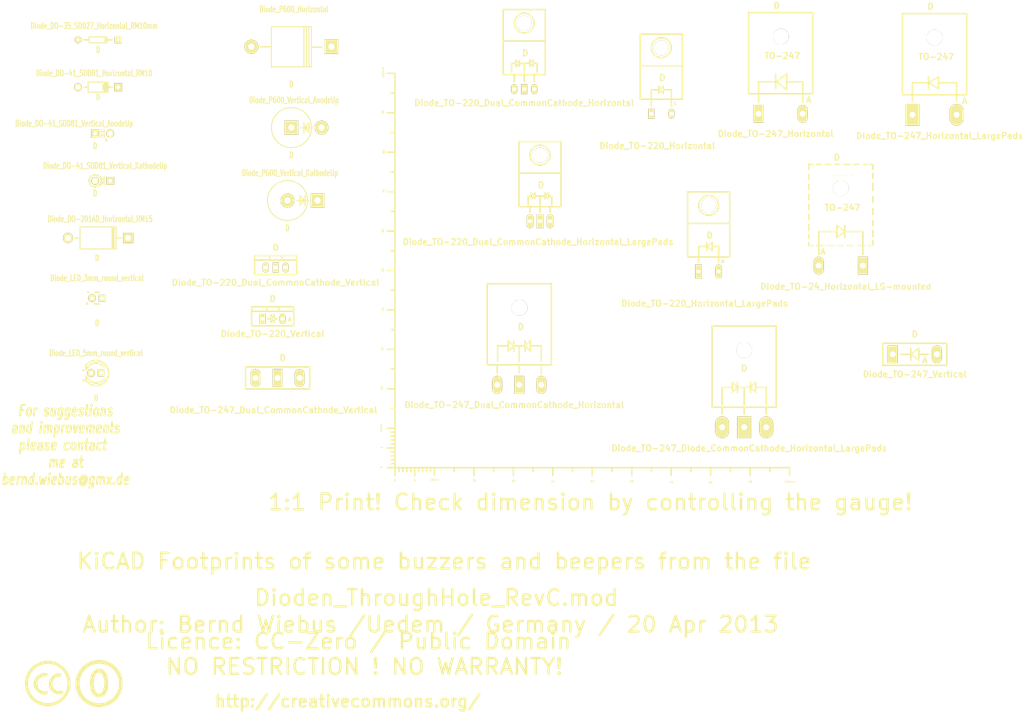
<source format=kicad_pcb>
(kicad_pcb (version 3) (host pcbnew "(2013-03-30 BZR 4007)-stable")

  (general
    (links 0)
    (no_connects 0)
    (area -2.40696 14.89964 289.86734 197.1694)
    (thickness 1.6002)
    (drawings 7)
    (tracks 0)
    (zones 0)
    (modules 26)
    (nets 1)
  )

  (page A4)
  (layers
    (15 Vorderseite signal)
    (0 Rückseite signal)
    (16 B.Adhes user)
    (17 F.Adhes user)
    (18 B.Paste user)
    (19 F.Paste user)
    (20 B.SilkS user)
    (21 F.SilkS user)
    (22 B.Mask user)
    (23 F.Mask user)
    (24 Dwgs.User user)
    (25 Cmts.User user)
    (26 Eco1.User user)
    (27 Eco2.User user)
    (28 Edge.Cuts user)
  )

  (setup
    (last_trace_width 0.2032)
    (trace_clearance 0.254)
    (zone_clearance 0.508)
    (zone_45_only no)
    (trace_min 0.2032)
    (segment_width 0.381)
    (edge_width 0.381)
    (via_size 0.889)
    (via_drill 0.635)
    (via_min_size 0.889)
    (via_min_drill 0.508)
    (uvia_size 0.508)
    (uvia_drill 0.127)
    (uvias_allowed no)
    (uvia_min_size 0.508)
    (uvia_min_drill 0.127)
    (pcb_text_width 0.3048)
    (pcb_text_size 1.524 2.032)
    (mod_edge_width 0.381)
    (mod_text_size 1.524 1.524)
    (mod_text_width 0.3048)
    (pad_size 1.524 1.524)
    (pad_drill 0.8128)
    (pad_to_mask_clearance 0.254)
    (aux_axis_origin 0 0)
    (visible_elements 7FFFFFFF)
    (pcbplotparams
      (layerselection 3178497)
      (usegerberextensions true)
      (excludeedgelayer true)
      (linewidth 60)
      (plotframeref false)
      (viasonmask false)
      (mode 1)
      (useauxorigin false)
      (hpglpennumber 1)
      (hpglpenspeed 20)
      (hpglpendiameter 15)
      (hpglpenoverlay 0)
      (psnegative false)
      (psa4output false)
      (plotreference true)
      (plotvalue true)
      (plotothertext true)
      (plotinvisibletext false)
      (padsonsilk false)
      (subtractmaskfromsilk false)
      (outputformat 1)
      (mirror false)
      (drillshape 1)
      (scaleselection 1)
      (outputdirectory ""))
  )

  (net 0 "")

  (net_class Default "Dies ist die voreingestellte Netzklasse."
    (clearance 0.254)
    (trace_width 0.2032)
    (via_dia 0.889)
    (via_drill 0.635)
    (uvia_dia 0.508)
    (uvia_drill 0.127)
    (add_net "")
  )

  (module Gauge_100mm_Type2_SilkScreenTop_RevA_Date22Jun2010 (layer Vorderseite) (tedit 4C20E30C) (tstamp 4D88F07A)
    (at 123.49988 133.25094)
    (descr "Gauge, Massstab, 100mm, SilkScreenTop, Type 2,")
    (tags "Gauge, Massstab, 100mm, SilkScreenTop, Type 2,")
    (path Gauge_100mm_Type2_SilkScreenTop_RevA_Date22Jun2010)
    (fp_text reference MSC (at 4.0005 8.99922) (layer F.SilkS) hide
      (effects (font (size 1.524 1.524) (thickness 0.3048)))
    )
    (fp_text value Gauge_100mm_Type2_SilkScreenTop_RevA_Date22Jun2010 (at 45.9994 8.99922) (layer F.SilkS) hide
      (effects (font (size 1.524 1.524) (thickness 0.3048)))
    )
    (fp_text user 10mm (at 10.00506 3.0988) (layer F.SilkS)
      (effects (font (size 0.50038 0.50038) (thickness 0.09906)))
    )
    (fp_text user 0 (at 0.00508 3.19786) (layer F.SilkS)
      (effects (font (size 0.50038 0.50038) (thickness 0.09906)))
    )
    (fp_text user 5 (at 5.0038 3.29946) (layer F.SilkS)
      (effects (font (size 0.50038 0.50038) (thickness 0.09906)))
    )
    (fp_text user 20 (at 20.1041 3.29946) (layer F.SilkS)
      (effects (font (size 0.50038 0.50038) (thickness 0.09906)))
    )
    (fp_text user 30 (at 30.00502 3.39852) (layer F.SilkS)
      (effects (font (size 0.50038 0.50038) (thickness 0.09906)))
    )
    (fp_text user 40 (at 40.005 3.50012) (layer F.SilkS)
      (effects (font (size 0.50038 0.50038) (thickness 0.09906)))
    )
    (fp_text user 50 (at 50.00498 3.50012) (layer F.SilkS)
      (effects (font (size 0.50038 0.50038) (thickness 0.09906)))
    )
    (fp_text user 60 (at 60.00496 3.50012) (layer F.SilkS)
      (effects (font (size 0.50038 0.50038) (thickness 0.09906)))
    )
    (fp_text user 70 (at 70.00494 3.70078) (layer F.SilkS)
      (effects (font (size 0.50038 0.50038) (thickness 0.09906)))
    )
    (fp_text user 80 (at 80.00492 3.79984) (layer F.SilkS)
      (effects (font (size 0.50038 0.50038) (thickness 0.09906)))
    )
    (fp_text user 90 (at 90.1065 3.60172) (layer F.SilkS)
      (effects (font (size 0.50038 0.50038) (thickness 0.09906)))
    )
    (fp_text user 100mm (at 100.10648 3.60172) (layer F.SilkS)
      (effects (font (size 0.50038 0.50038) (thickness 0.09906)))
    )
    (fp_line (start 0 -8.99922) (end -1.00076 -8.99922) (layer F.SilkS) (width 0.381))
    (fp_line (start 0 -8.001) (end -1.00076 -8.001) (layer F.SilkS) (width 0.381))
    (fp_line (start 0 -7.00024) (end -1.00076 -7.00024) (layer F.SilkS) (width 0.381))
    (fp_line (start 0 -5.99948) (end -1.00076 -5.99948) (layer F.SilkS) (width 0.381))
    (fp_line (start 0 -4.0005) (end -1.00076 -4.0005) (layer F.SilkS) (width 0.381))
    (fp_line (start 0 -2.99974) (end -1.00076 -2.99974) (layer F.SilkS) (width 0.381))
    (fp_line (start 0 -1.99898) (end -1.00076 -1.99898) (layer F.SilkS) (width 0.381))
    (fp_line (start 0 -1.00076) (end -1.00076 -1.00076) (layer F.SilkS) (width 0.381))
    (fp_line (start 0 0) (end -1.99898 0) (layer F.SilkS) (width 0.381))
    (fp_line (start 0 -5.00126) (end -1.99898 -5.00126) (layer F.SilkS) (width 0.381))
    (fp_line (start 0 -9.99998) (end -1.99898 -9.99998) (layer F.SilkS) (width 0.381))
    (fp_line (start 0 -15.00124) (end -1.00076 -15.00124) (layer F.SilkS) (width 0.381))
    (fp_line (start 0 -19.99996) (end -1.99898 -19.99996) (layer F.SilkS) (width 0.381))
    (fp_line (start 0 -25.00122) (end -1.00076 -25.00122) (layer F.SilkS) (width 0.381))
    (fp_line (start 0 -29.99994) (end -1.99898 -29.99994) (layer F.SilkS) (width 0.381))
    (fp_line (start 0 -35.0012) (end -1.00076 -35.0012) (layer F.SilkS) (width 0.381))
    (fp_line (start 0 -39.99992) (end -1.99898 -39.99992) (layer F.SilkS) (width 0.381))
    (fp_line (start 0 -45.00118) (end -1.00076 -45.00118) (layer F.SilkS) (width 0.381))
    (fp_line (start 0 -49.9999) (end -1.99898 -49.9999) (layer F.SilkS) (width 0.381))
    (fp_line (start 0 -55.00116) (end -1.00076 -55.00116) (layer F.SilkS) (width 0.381))
    (fp_line (start 0 -59.99988) (end -1.99898 -59.99988) (layer F.SilkS) (width 0.381))
    (fp_line (start 0 -65.00114) (end -1.00076 -65.00114) (layer F.SilkS) (width 0.381))
    (fp_line (start 0 -69.99986) (end -1.99898 -69.99986) (layer F.SilkS) (width 0.381))
    (fp_line (start 0 -75.00112) (end -1.00076 -75.00112) (layer F.SilkS) (width 0.381))
    (fp_line (start 0 -79.99984) (end -1.99898 -79.99984) (layer F.SilkS) (width 0.381))
    (fp_line (start 0 -85.0011) (end -1.00076 -85.0011) (layer F.SilkS) (width 0.381))
    (fp_line (start 0 -89.99982) (end -1.99898 -89.99982) (layer F.SilkS) (width 0.381))
    (fp_line (start 0 -95.00108) (end -1.00076 -95.00108) (layer F.SilkS) (width 0.381))
    (fp_line (start 0 0) (end 0 -99.9998) (layer F.SilkS) (width 0.381))
    (fp_line (start 0 -99.9998) (end -1.99898 -99.9998) (layer F.SilkS) (width 0.381))
    (fp_text user 100mm (at -2.99974 -100.20554 90) (layer F.SilkS)
      (effects (font (size 0.50038 0.50038) (thickness 0.09906)))
    )
    (fp_text user 90 (at -2.99974 -90.20556 90) (layer F.SilkS)
      (effects (font (size 0.50038 0.50038) (thickness 0.09906)))
    )
    (fp_text user 80 (at -2.80162 -80.10398 90) (layer F.SilkS)
      (effects (font (size 0.50038 0.50038) (thickness 0.09906)))
    )
    (fp_text user 70 (at -2.90068 -70.104 90) (layer F.SilkS)
      (effects (font (size 0.50038 0.50038) (thickness 0.09906)))
    )
    (fp_text user 60 (at -3.10134 -60.10402 90) (layer F.SilkS)
      (effects (font (size 0.50038 0.50038) (thickness 0.09906)))
    )
    (fp_text user 50 (at -3.10134 -50.10404 90) (layer F.SilkS)
      (effects (font (size 0.50038 0.50038) (thickness 0.09906)))
    )
    (fp_text user 40 (at -3.10134 -40.10406 90) (layer F.SilkS)
      (effects (font (size 0.50038 0.50038) (thickness 0.09906)))
    )
    (fp_text user 30 (at -3.20294 -30.10408 90) (layer F.SilkS)
      (effects (font (size 0.50038 0.50038) (thickness 0.09906)))
    )
    (fp_text user 20 (at -3.302 -20.20316 90) (layer F.SilkS)
      (effects (font (size 0.50038 0.50038) (thickness 0.09906)))
    )
    (fp_line (start 95.00108 0) (end 95.00108 1.00076) (layer F.SilkS) (width 0.381))
    (fp_line (start 89.99982 0) (end 89.99982 1.99898) (layer F.SilkS) (width 0.381))
    (fp_line (start 85.0011 0) (end 85.0011 1.00076) (layer F.SilkS) (width 0.381))
    (fp_line (start 79.99984 0) (end 79.99984 1.99898) (layer F.SilkS) (width 0.381))
    (fp_line (start 75.00112 0) (end 75.00112 1.00076) (layer F.SilkS) (width 0.381))
    (fp_line (start 69.99986 0) (end 69.99986 1.99898) (layer F.SilkS) (width 0.381))
    (fp_line (start 65.00114 0) (end 65.00114 1.00076) (layer F.SilkS) (width 0.381))
    (fp_line (start 59.99988 0) (end 59.99988 1.99898) (layer F.SilkS) (width 0.381))
    (fp_line (start 55.00116 0) (end 55.00116 1.00076) (layer F.SilkS) (width 0.381))
    (fp_line (start 49.9999 0) (end 49.9999 1.99898) (layer F.SilkS) (width 0.381))
    (fp_line (start 45.00118 0) (end 45.00118 1.00076) (layer F.SilkS) (width 0.381))
    (fp_line (start 39.99992 0) (end 39.99992 1.99898) (layer F.SilkS) (width 0.381))
    (fp_line (start 35.0012 0) (end 35.0012 1.00076) (layer F.SilkS) (width 0.381))
    (fp_line (start 29.99994 0) (end 29.99994 1.99898) (layer F.SilkS) (width 0.381))
    (fp_line (start 25.00122 0) (end 25.00122 1.00076) (layer F.SilkS) (width 0.381))
    (fp_line (start 19.99996 0) (end 19.99996 1.99898) (layer F.SilkS) (width 0.381))
    (fp_line (start 15.00124 0) (end 15.00124 1.00076) (layer F.SilkS) (width 0.381))
    (fp_line (start 9.99998 0) (end 99.9998 0) (layer F.SilkS) (width 0.381))
    (fp_line (start 99.9998 0) (end 99.9998 1.99898) (layer F.SilkS) (width 0.381))
    (fp_text user 5 (at -3.302 -5.10286 90) (layer F.SilkS)
      (effects (font (size 0.50038 0.50038) (thickness 0.09906)))
    )
    (fp_text user 0 (at -3.4036 -0.10414 90) (layer F.SilkS)
      (effects (font (size 0.50038 0.50038) (thickness 0.09906)))
    )
    (fp_text user 10mm (at -3.50266 -10.10412 90) (layer F.SilkS)
      (effects (font (size 0.50038 0.50038) (thickness 0.09906)))
    )
    (fp_line (start 8.99922 0) (end 8.99922 1.00076) (layer F.SilkS) (width 0.381))
    (fp_line (start 8.001 0) (end 8.001 1.00076) (layer F.SilkS) (width 0.381))
    (fp_line (start 7.00024 0) (end 7.00024 1.00076) (layer F.SilkS) (width 0.381))
    (fp_line (start 5.99948 0) (end 5.99948 1.00076) (layer F.SilkS) (width 0.381))
    (fp_line (start 4.0005 0) (end 4.0005 1.00076) (layer F.SilkS) (width 0.381))
    (fp_line (start 2.99974 0) (end 2.99974 1.00076) (layer F.SilkS) (width 0.381))
    (fp_line (start 1.99898 0) (end 1.99898 1.00076) (layer F.SilkS) (width 0.381))
    (fp_line (start 1.00076 0) (end 1.00076 1.00076) (layer F.SilkS) (width 0.381))
    (fp_line (start 5.00126 0) (end 5.00126 1.99898) (layer F.SilkS) (width 0.381))
    (fp_line (start 0 0) (end 0 1.99898) (layer F.SilkS) (width 0.381))
    (fp_line (start 0 0) (end 9.99998 0) (layer F.SilkS) (width 0.381))
    (fp_line (start 9.99998 0) (end 9.99998 1.99898) (layer F.SilkS) (width 0.381))
  )

  (module Diode_DO-35_SOD27_Horizontal_RM10 (layer Vorderseite) (tedit 4D93C165) (tstamp 4D93BCBF)
    (at 48.24984 24.74976)
    (descr "Diode, DO-35,  SOD27, Horizontal, RM 10mm")
    (tags "Diode, DO-35, SOD27, Horizontal, RM 10mm, 1N4148,")
    (path Diode_DO-35_SOD27_Horizontal_RM10)
    (fp_text reference D (at 0 2.54) (layer F.SilkS)
      (effects (font (size 1.524 1.016) (thickness 0.254)))
    )
    (fp_text value Diode_DO-35_SOD27_Horizontal_RM10mm (at -1.016 -3.556) (layer F.SilkS)
      (effects (font (size 1.524 1.016) (thickness 0.254)))
    )
    (fp_line (start -2.286 0) (end -3.683 0) (layer F.SilkS) (width 0.381))
    (fp_line (start 2.159 0) (end 3.683 0) (layer F.SilkS) (width 0.381))
    (fp_line (start 1.778 -0.762) (end 1.778 0.762) (layer F.SilkS) (width 0.254))
    (fp_line (start 2.032 -0.762) (end 2.032 0.762) (layer F.SilkS) (width 0.254))
    (fp_line (start 2.286 0) (end 2.286 0.762) (layer F.SilkS) (width 0.254))
    (fp_line (start 2.286 0.762) (end -2.286 0.762) (layer F.SilkS) (width 0.254))
    (fp_line (start -2.286 0.762) (end -2.286 -0.762) (layer F.SilkS) (width 0.254))
    (fp_line (start -2.286 -0.762) (end 2.286 -0.762) (layer F.SilkS) (width 0.254))
    (fp_line (start 2.286 -0.762) (end 2.286 0) (layer F.SilkS) (width 0.254))
    (pad 1 thru_hole circle (at -5.08 0) (size 1.69926 1.69926) (drill 0.70104)
      (layers *.Cu *.Mask F.SilkS)
    )
    (pad 2 thru_hole rect (at 5.08 0) (size 1.69926 1.69926) (drill 0.70104)
      (layers *.Cu *.Mask F.SilkS)
    )
    (model discret/diode.wrl
      (at (xyz 0 0 0))
      (scale (xyz 0.4 0.4 0.4))
      (rotate (xyz 0 0 0))
    )
  )

  (module Diode_DO-41_SOD81_Horizontal_RM10 (layer Vorderseite) (tedit 4D93C15E) (tstamp 4D93BCCA)
    (at 48.24984 36.75126)
    (descr "Diode, DO-41, SOD81, Horizontal, RM 10mm,")
    (tags "Diode, DO-41, SOD81, Horizontal, RM 10mm, 1N4007, SB140,")
    (path Diode_DO-41_SOD81_Horizontal_RM10)
    (fp_text reference D (at 0 2.54) (layer F.SilkS)
      (effects (font (size 1.524 1.016) (thickness 0.254)))
    )
    (fp_text value Diode_DO-41_SOD81_Horizontal_RM10 (at -1.016 -3.556) (layer F.SilkS)
      (effects (font (size 1.524 1.016) (thickness 0.254)))
    )
    (fp_line (start -2.54 0) (end -3.556 0) (layer F.SilkS) (width 0.381))
    (fp_line (start 2.286 0) (end 3.556 0) (layer F.SilkS) (width 0.381))
    (fp_line (start 2.032 -1.27) (end 2.032 1.27) (layer F.SilkS) (width 0.254))
    (fp_line (start 1.778 -1.27) (end 1.778 1.27) (layer F.SilkS) (width 0.254))
    (fp_line (start 1.524 -1.27) (end 1.524 1.27) (layer F.SilkS) (width 0.254))
    (fp_line (start 2.286 -1.27) (end 2.286 1.27) (layer F.SilkS) (width 0.254))
    (fp_line (start 1.27 -1.27) (end 2.54 1.27) (layer F.SilkS) (width 0.254))
    (fp_line (start 2.54 -1.27) (end 1.27 1.27) (layer F.SilkS) (width 0.254))
    (fp_line (start 1.27 -1.27) (end 1.27 1.27) (layer F.SilkS) (width 0.254))
    (fp_line (start 1.905 -1.27) (end 1.905 1.27) (layer F.SilkS) (width 0.254))
    (fp_line (start 2.54 1.27) (end 2.54 -1.27) (layer F.SilkS) (width 0.254))
    (fp_line (start 2.54 -1.27) (end -2.54 -1.27) (layer F.SilkS) (width 0.254))
    (fp_line (start -2.54 -1.27) (end -2.54 1.27) (layer F.SilkS) (width 0.254))
    (fp_line (start -2.54 1.27) (end 2.54 1.27) (layer F.SilkS) (width 0.254))
    (pad 1 thru_hole circle (at -5.08 0) (size 1.99898 1.99898) (drill 1.27)
      (layers *.Cu *.Mask F.SilkS)
    )
    (pad 2 thru_hole rect (at 5.08 0) (size 1.99898 1.99898) (drill 1.00076)
      (layers *.Cu *.Mask F.SilkS)
    )
  )

  (module Diode_DO-41_SOD81_Vertical_AnodeUp (layer Vorderseite) (tedit 4D93C156) (tstamp 4D93BCDA)
    (at 47.50054 48.49876)
    (descr "Diode, DO-41, SOD81, Vertical, Anode Up,")
    (tags "Diode, DO-41, SOD81, Vertical, Anode Up, 1N4007, SB140,")
    (path Diode_DO-41_SOD81_Vertical_AnodeUp)
    (fp_text reference D (at 0 3.175) (layer F.SilkS)
      (effects (font (size 1.524 1.016) (thickness 0.254)))
    )
    (fp_text value Diode_DO-41_SOD81_Vertical_AnodeUp (at -5.334 -2.54) (layer F.SilkS)
      (effects (font (size 1.524 1.016) (thickness 0.254)))
    )
    (fp_text user A (at 2.794 1.651) (layer F.SilkS)
      (effects (font (size 0.70104 0.70104) (thickness 0.17526)))
    )
    (fp_line (start 1.524 0) (end 2.286 1.016) (layer F.SilkS) (width 0.254))
    (fp_line (start 1.524 0) (end 2.286 -1.016) (layer F.SilkS) (width 0.254))
    (fp_line (start 1.524 -1.016) (end 1.524 1.016) (layer F.SilkS) (width 0.254))
    (fp_line (start 2.286 -1.016) (end 2.286 1.016) (layer F.SilkS) (width 0.254))
    (pad 1 thru_hole circle (at 3.81 0) (size 1.99898 1.99898) (drill 1.27)
      (layers *.Cu *.Mask F.SilkS)
    )
    (pad 2 thru_hole rect (at 0 0) (size 1.99898 1.99898) (drill 1.00076)
      (layers *.Cu *.Mask F.SilkS)
    )
  )

  (module Diode_DO-41_SOD81_Vertical_KathodeUp (layer Vorderseite) (tedit 4D93C148) (tstamp 4D93BCE4)
    (at 47.50054 60.50026)
    (descr "Diode, DO-41, SOD81, Vertica,l Anode Up,")
    (tags "Diode, DO-41, SOD81, Vertical, Anode Up, 1N4007, SB140,")
    (path Diode_DO-41_SOD81_Vertical_KathodeUp)
    (fp_text reference D (at 0 3.175) (layer F.SilkS)
      (effects (font (size 1.524 1.016) (thickness 0.254)))
    )
    (fp_text value Diode_DO-41_SOD81_Vertical_KathodeUp (at 2.54 -3.81) (layer F.SilkS)
      (effects (font (size 1.524 1.016) (thickness 0.254)))
    )
    (fp_circle (center 0 0) (end 1.397 0.635) (layer F.SilkS) (width 0.381))
    (fp_line (start 1.524 -1.016) (end 1.524 1.016) (layer F.SilkS) (width 0.254))
    (fp_line (start 2.286 0) (end 1.524 1.016) (layer F.SilkS) (width 0.254))
    (fp_line (start 1.524 -1.016) (end 2.286 0) (layer F.SilkS) (width 0.254))
    (fp_line (start 2.286 -1.016) (end 2.286 1.016) (layer F.SilkS) (width 0.254))
    (pad 1 thru_hole circle (at 0 0) (size 1.99898 1.99898) (drill 1.27)
      (layers *.Cu *.Mask F.SilkS)
    )
    (pad 2 thru_hole rect (at 3.81 0) (size 1.99898 1.99898) (drill 1.00076)
      (layers *.Cu *.Mask F.SilkS)
    )
  )

  (module Diode_DO-201AD_Horizontal_RM15 (layer Vorderseite) (tedit 4D93C140) (tstamp 4D93BCF5)
    (at 48.24984 75.00112)
    (descr "Diode DO-201AD Horizontal")
    (tags "Diode DO-201AD Horizontal SB320 SB340 SB360")
    (path Diode_DO-201AD_Horizontal_RM15)
    (fp_text reference D (at -0.254 5.08) (layer F.SilkS)
      (effects (font (size 1.524 1.016) (thickness 0.254)))
    )
    (fp_text value Diode_DO-201AD_Horizontal_RM15 (at 0.508 -4.826) (layer F.SilkS)
      (effects (font (size 1.524 1.016) (thickness 0.254)))
    )
    (fp_line (start -4.572 0) (end -6.096 0) (layer F.SilkS) (width 0.254))
    (fp_line (start 4.572 0) (end 6.096 0) (layer F.SilkS) (width 0.254))
    (fp_line (start 3.556 -2.794) (end 3.556 2.794) (layer F.SilkS) (width 0.254))
    (fp_line (start 3.81 -2.794) (end 3.81 2.794) (layer F.SilkS) (width 0.254))
    (fp_line (start 4.064 -2.794) (end 4.064 2.794) (layer F.SilkS) (width 0.254))
    (fp_line (start 4.572 2.794) (end 4.572 -2.794) (layer F.SilkS) (width 0.254))
    (fp_line (start 4.572 -2.794) (end -4.572 -2.794) (layer F.SilkS) (width 0.254))
    (fp_line (start -4.572 -2.794) (end -4.572 2.794) (layer F.SilkS) (width 0.254))
    (fp_line (start -4.572 2.794) (end 4.572 2.794) (layer F.SilkS) (width 0.254))
    (pad 1 thru_hole circle (at -7.62 0) (size 2.54 2.54) (drill 1.50114)
      (layers *.Cu *.Mask F.SilkS)
    )
    (pad 2 thru_hole rect (at 7.62 0) (size 2.54 2.54) (drill 1.50114)
      (layers *.Cu *.Mask F.SilkS)
    )
  )

  (module Diode_LED_3mm_round_vertical (layer Vorderseite) (tedit 4D93C137) (tstamp 4D93BCFE)
    (at 48.00092 90.24874)
    (descr "Leuchtdiode, LED, 3mm, round, rund,  vertical,")
    (tags "Leuchtdiode, LED,  3mm, round, rund,  vertical,")
    (path Diode_LED_3mm_round_vertical)
    (fp_text reference D (at 0 6.35) (layer F.SilkS)
      (effects (font (size 1.524 1.016) (thickness 0.254)))
    )
    (fp_text value Diode_LED_3mm_round_vertical (at 0 -5.08) (layer F.SilkS)
      (effects (font (size 1.524 1.016) (thickness 0.254)))
    )
    (fp_text user A (at -2.54 1.397) (layer F.SilkS)
      (effects (font (size 0.70104 0.70104) (thickness 0.17526)))
    )
    (fp_line (start -0.635 1.397) (end -0.254 1.524) (layer F.SilkS) (width 0.381))
    (fp_line (start -0.254 1.524) (end 0.127 1.524) (layer F.SilkS) (width 0.381))
    (fp_line (start 0.127 1.524) (end 0.635 1.397) (layer F.SilkS) (width 0.381))
    (fp_line (start -0.635 -1.397) (end -0.254 -1.524) (layer F.SilkS) (width 0.381))
    (fp_line (start -0.254 -1.524) (end 0.127 -1.524) (layer F.SilkS) (width 0.381))
    (fp_line (start 0.127 -1.524) (end 0.635 -1.397) (layer F.SilkS) (width 0.381))
    (fp_text user + (at -2.286 -1.524) (layer F.SilkS)
      (effects (font (size 0.70104 0.70104) (thickness 0.17526)))
    )
    (pad 1 thru_hole circle (at -1.27 0 90) (size 1.99898 1.99898) (drill 1.00076)
      (layers *.Cu *.Mask F.SilkS)
    )
    (pad 2 thru_hole rect (at 1.27 0) (size 1.69926 1.69926) (drill 1.00076)
      (layers *.Cu *.Mask F.SilkS)
    )
    (model discret/diode.wrl
      (at (xyz 0 0 0))
      (scale (xyz 0.4 0.4 0.4))
      (rotate (xyz 0 0 0))
    )
  )

  (module Diode_LED_5mm_round_vertical (layer Vorderseite) (tedit 4D93C12E) (tstamp 4D93BD07)
    (at 47.74946 109.25048)
    (descr "Leuchtdiode, LED,  5mm, round, rund,  vertical,")
    (tags "Leuchtdiode, LED,  5mm, round, rund,  vertical,")
    (path Diode_LED_5mm_round_vertical)
    (fp_text reference D (at 0 6.35) (layer F.SilkS)
      (effects (font (size 1.524 1.016) (thickness 0.254)))
    )
    (fp_text value Diode_LED_5mm_round_vertical (at 0 -5.08) (layer F.SilkS)
      (effects (font (size 1.524 1.016) (thickness 0.254)))
    )
    (fp_text user A (at -3.175 1.905) (layer F.SilkS)
      (effects (font (size 0.70104 0.70104) (thickness 0.17526)))
    )
    (fp_text user + (at -3.302 -0.762) (layer F.SilkS)
      (effects (font (size 0.70104 0.70104) (thickness 0.17526)))
    )
    (fp_line (start -2.54 1.905) (end -2.54 0.762) (layer F.SilkS) (width 0.381))
    (fp_line (start -2.54 -2.159) (end -2.54 -0.762) (layer F.SilkS) (width 0.381))
    (fp_line (start -2.159 1.27) (end -1.905 1.651) (layer F.SilkS) (width 0.381))
    (fp_line (start -1.905 1.651) (end -1.524 2.032) (layer F.SilkS) (width 0.381))
    (fp_line (start -1.524 2.032) (end -1.016 2.286) (layer F.SilkS) (width 0.381))
    (fp_line (start -1.016 2.286) (end -0.254 2.54) (layer F.SilkS) (width 0.381))
    (fp_line (start -0.254 2.54) (end 0.127 2.54) (layer F.SilkS) (width 0.381))
    (fp_line (start 0.127 2.54) (end 0.762 2.413) (layer F.SilkS) (width 0.381))
    (fp_line (start 0.762 2.413) (end 1.524 2.032) (layer F.SilkS) (width 0.381))
    (fp_line (start 1.524 2.032) (end 1.778 1.778) (layer F.SilkS) (width 0.381))
    (fp_line (start 1.778 1.778) (end 2.159 1.397) (layer F.SilkS) (width 0.381))
    (fp_line (start 1.397 -2.159) (end 1.778 -1.778) (layer F.SilkS) (width 0.381))
    (fp_line (start 1.778 -1.778) (end 2.032 -1.524) (layer F.SilkS) (width 0.381))
    (fp_line (start 2.032 -1.524) (end 2.159 -1.397) (layer F.SilkS) (width 0.381))
    (fp_line (start -2.159 -1.27) (end -2.032 -1.524) (layer F.SilkS) (width 0.381))
    (fp_line (start -2.032 -1.524) (end -1.651 -1.905) (layer F.SilkS) (width 0.381))
    (fp_line (start -1.651 -1.905) (end -1.143 -2.286) (layer F.SilkS) (width 0.381))
    (fp_line (start -1.143 -2.286) (end -0.762 -2.413) (layer F.SilkS) (width 0.381))
    (fp_line (start -0.762 -2.413) (end -0.254 -2.54) (layer F.SilkS) (width 0.381))
    (fp_line (start -0.254 -2.54) (end 0.127 -2.54) (layer F.SilkS) (width 0.381))
    (fp_line (start 0.127 -2.54) (end 0.762 -2.413) (layer F.SilkS) (width 0.381))
    (fp_line (start 0.762 -2.413) (end 1.397 -2.159) (layer F.SilkS) (width 0.381))
    (fp_line (start -2.54 1.905) (end -2.159 2.286) (layer F.SilkS) (width 0.381))
    (fp_line (start -2.413 -2.159) (end -2.032 -2.413) (layer F.SilkS) (width 0.381))
    (fp_line (start -2.032 -2.413) (end -1.524 -2.794) (layer F.SilkS) (width 0.381))
    (fp_line (start -1.524 -2.794) (end -0.889 -3.048) (layer F.SilkS) (width 0.381))
    (fp_line (start -0.889 -3.048) (end -0.254 -3.175) (layer F.SilkS) (width 0.381))
    (fp_line (start -0.254 -3.175) (end 0.254 -3.175) (layer F.SilkS) (width 0.381))
    (fp_line (start 0.254 -3.175) (end 0.889 -3.048) (layer F.SilkS) (width 0.381))
    (fp_line (start 0.889 -3.048) (end 1.524 -2.794) (layer F.SilkS) (width 0.381))
    (fp_line (start 1.524 -2.794) (end 2.032 -2.413) (layer F.SilkS) (width 0.381))
    (fp_line (start 2.032 -2.413) (end 2.54 -1.905) (layer F.SilkS) (width 0.381))
    (fp_line (start 2.54 -1.905) (end 2.921 -1.27) (layer F.SilkS) (width 0.381))
    (fp_line (start 2.921 -1.27) (end 3.048 -0.889) (layer F.SilkS) (width 0.381))
    (fp_line (start 3.048 -0.889) (end 3.175 -0.254) (layer F.SilkS) (width 0.381))
    (fp_line (start 3.175 -0.254) (end 3.175 0.381) (layer F.SilkS) (width 0.381))
    (fp_line (start 3.175 0.381) (end 3.048 0.889) (layer F.SilkS) (width 0.381))
    (fp_line (start 3.048 0.889) (end 2.794 1.524) (layer F.SilkS) (width 0.381))
    (fp_line (start 2.794 1.524) (end 2.413 2.032) (layer F.SilkS) (width 0.381))
    (fp_line (start 2.413 2.032) (end 1.905 2.54) (layer F.SilkS) (width 0.381))
    (fp_line (start 1.905 2.54) (end 1.524 2.794) (layer F.SilkS) (width 0.381))
    (fp_line (start 1.524 2.794) (end 0.889 3.048) (layer F.SilkS) (width 0.381))
    (fp_line (start 0.889 3.048) (end 0.254 3.175) (layer F.SilkS) (width 0.381))
    (fp_line (start 0.254 3.175) (end -0.381 3.175) (layer F.SilkS) (width 0.381))
    (fp_line (start -0.381 3.175) (end -1.016 3.048) (layer F.SilkS) (width 0.381))
    (fp_line (start -1.016 3.048) (end -1.778 2.667) (layer F.SilkS) (width 0.381))
    (fp_line (start -1.778 2.667) (end -2.159 2.286) (layer F.SilkS) (width 0.381))
    (pad 1 thru_hole circle (at -1.27 0 90) (size 1.99898 1.99898) (drill 1.00076)
      (layers *.Cu *.Mask F.SilkS)
    )
    (pad 2 thru_hole rect (at 1.27 0) (size 1.69926 1.69926) (drill 1.00076)
      (layers *.Cu *.Mask F.SilkS)
    )
    (model discret/diode.wrl
      (at (xyz 0 0 0))
      (scale (xyz 0.4 0.4 0.4))
      (rotate (xyz 0 0 0))
    )
  )

  (module Diode_P600_Horizontal (layer Vorderseite) (tedit 4D93C0CE) (tstamp 4D93BD13)
    (at 97.24898 26.49982)
    (descr "Diode, P600, horizontal,")
    (tags "Diode, P600, horizontal,")
    (path Diode_P600_Horizontal)
    (fp_text reference D (at 0 9.525) (layer F.SilkS)
      (effects (font (size 1.524 1.016) (thickness 0.254)))
    )
    (fp_text value Diode_P600_Horizontal (at 0.635 -9.525) (layer F.SilkS)
      (effects (font (size 1.524 1.016) (thickness 0.254)))
    )
    (fp_line (start -5.08 0) (end -7.874 0) (layer F.SilkS) (width 0.381))
    (fp_line (start 5.08 0.127) (end 7.62 0.127) (layer F.SilkS) (width 0.381))
    (fp_line (start -5.08 5.08) (end 5.08 5.08) (layer F.SilkS) (width 0.254))
    (fp_line (start -5.08 -5.08) (end 5.08 -5.08) (layer F.SilkS) (width 0.254))
    (fp_line (start 3.175 -5.08) (end 3.175 5.08) (layer F.SilkS) (width 0.254))
    (fp_line (start 3.81 -5.08) (end 3.81 5.08) (layer F.SilkS) (width 0.254))
    (fp_line (start 4.445 -5.08) (end 4.445 5.08) (layer F.SilkS) (width 0.254))
    (fp_line (start -5.08 -5.08) (end -5.08 5.08) (layer F.SilkS) (width 0.254))
    (fp_line (start 5.08 -5.08) (end 5.08 5.08) (layer F.SilkS) (width 0.254))
    (pad 1 thru_hole circle (at -10.16 0) (size 3.54076 3.54076) (drill 1.6002)
      (layers *.Cu *.Mask F.SilkS)
    )
    (pad 2 thru_hole rect (at 10.16 0) (size 3.54076 3.54076) (drill 1.6002)
      (layers *.Cu *.Mask F.SilkS)
    )
  )

  (module Diode_P600_Vertical_AnodeUp (layer Vorderseite) (tedit 4D93C0FA) (tstamp 4D93BD1F)
    (at 97.24898 47.00016)
    (descr "Diode, P600, vertical, Anode up,")
    (tags "Diode, P600, vertical, Anode up,")
    (path Diode_P600_Vertical_AnodeUp)
    (fp_text reference D (at 0 6.985) (layer F.SilkS)
      (effects (font (size 1.524 1.016) (thickness 0.254)))
    )
    (fp_text value Diode_P600_Vertical_AnodeUp (at 0.635 -6.985) (layer F.SilkS)
      (effects (font (size 1.524 1.016) (thickness 0.254)))
    )
    (fp_line (start 2.286 0) (end 5.334 0) (layer F.SilkS) (width 0.381))
    (fp_line (start 3.175 0) (end 4.445 0) (layer F.SilkS) (width 0.254))
    (fp_line (start 3.81 -0.635) (end 3.81 0.635) (layer F.SilkS) (width 0.254))
    (fp_line (start 3.175 0) (end 4.445 1.27) (layer F.SilkS) (width 0.254))
    (fp_line (start 3.175 0) (end 4.445 -1.27) (layer F.SilkS) (width 0.254))
    (fp_line (start 3.175 -1.27) (end 3.175 1.27) (layer F.SilkS) (width 0.254))
    (fp_line (start 4.445 -1.27) (end 4.445 1.27) (layer F.SilkS) (width 0.254))
    (fp_circle (center 0 0) (end 5.08 0) (layer F.SilkS) (width 0.254))
    (pad 1 thru_hole circle (at 7.62 0) (size 3.54076 3.54076) (drill 1.6002)
      (layers *.Cu *.Mask F.SilkS)
    )
    (pad 2 thru_hole rect (at 0 0) (size 3.54076 3.54076) (drill 1.6002)
      (layers *.Cu *.Mask F.SilkS)
    )
  )

  (module Diode_P600_Vertical_KathodeUp (layer Vorderseite) (tedit 4D93C104) (tstamp 4D93BD28)
    (at 96.25076 65.49898)
    (descr "Diode, P600, Vertical, Kathode up,")
    (tags "Diode, P600, vertical, Kathode up,")
    (path Diode_P600_Vertical_KathodeUp)
    (fp_text reference D (at 0 6.985) (layer F.SilkS)
      (effects (font (size 1.524 1.016) (thickness 0.254)))
    )
    (fp_text value Diode_P600_Vertical_KathodeUp (at 0.635 -6.985) (layer F.SilkS)
      (effects (font (size 1.524 1.016) (thickness 0.254)))
    )
    (fp_line (start 4.445 0) (end 5.207 0) (layer F.SilkS) (width 0.381))
    (fp_line (start 3.175 0) (end 2.413 0) (layer F.SilkS) (width 0.381))
    (fp_line (start 4.445 0) (end 3.175 0) (layer F.SilkS) (width 0.254))
    (fp_line (start 3.81 -0.635) (end 3.81 0.635) (layer F.SilkS) (width 0.254))
    (fp_line (start 4.445 0) (end 3.175 -1.27) (layer F.SilkS) (width 0.254))
    (fp_line (start 3.175 -1.27) (end 3.175 1.27) (layer F.SilkS) (width 0.254))
    (fp_line (start 3.175 1.27) (end 4.445 0) (layer F.SilkS) (width 0.254))
    (fp_line (start 4.445 -1.27) (end 4.445 1.27) (layer F.SilkS) (width 0.254))
    (fp_circle (center 0 0) (end 5.08 0) (layer F.SilkS) (width 0.254))
    (pad 1 thru_hole circle (at 0 0) (size 3.54076 3.54076) (drill 1.6002)
      (layers *.Cu *.Mask F.SilkS)
    )
    (pad 2 thru_hole rect (at 7.62 0) (size 3.54076 3.54076) (drill 1.6002)
      (layers *.Cu *.Mask F.SilkS)
    )
  )

  (module Diode_TO-220_Dual_CommonCathode_Horizontal (layer Vorderseite) (tedit 4D93C0B9) (tstamp 4D93BD32)
    (at 156.25064 37.2491)
    (descr "TO-220, Diode, Dual, Common Cathode,")
    (tags "TO-220, Diode, Dual, Common Cathode,")
    (path Diode_TO-220_Dual_CommonCathode_Horizontal)
    (fp_text reference D (at 0.254 -9.144) (layer F.SilkS)
      (effects (font (size 1.524 1.524) (thickness 0.3048)))
    )
    (fp_text value Diode_TO-220_Dual_CommonCathode_Horizontal (at 0 3.50012) (layer F.SilkS)
      (effects (font (size 1.524 1.524) (thickness 0.3048)))
    )
    (fp_line (start 0.03048 -6.56082) (end 0.03048 -4.30022) (layer F.SilkS) (width 0.381))
    (fp_line (start -2.08026 -6.51002) (end -3.2004 -6.5405) (layer F.SilkS) (width 0.381))
    (fp_line (start -3.2004 -6.5405) (end -3.2004 -4.3307) (layer F.SilkS) (width 0.381))
    (fp_line (start 2.33934 -6.5405) (end 3.27914 -6.56082) (layer F.SilkS) (width 0.381))
    (fp_line (start 3.27914 -6.56082) (end 3.27914 -4.3307) (layer F.SilkS) (width 0.381))
    (fp_line (start -1.23952 -6.51002) (end 1.45034 -6.56082) (layer F.SilkS) (width 0.381))
    (fp_line (start -1.2192 -6.56082) (end -2.13106 -7.32028) (layer F.SilkS) (width 0.381))
    (fp_line (start -2.13106 -7.32028) (end -2.13106 -5.66928) (layer F.SilkS) (width 0.381))
    (fp_line (start -2.13106 -5.66928) (end -1.2192 -6.5405) (layer F.SilkS) (width 0.381))
    (fp_line (start 1.45034 -6.69036) (end 2.30886 -7.37108) (layer F.SilkS) (width 0.381))
    (fp_line (start 2.30886 -7.37108) (end 2.30886 -5.79882) (layer F.SilkS) (width 0.381))
    (fp_line (start 2.30886 -5.79882) (end 1.50114 -6.51002) (layer F.SilkS) (width 0.381))
    (fp_line (start -1.19888 -7.36092) (end -1.19888 -5.7404) (layer F.SilkS) (width 0.381))
    (fp_line (start 1.44018 -7.36092) (end 1.44018 -5.81914) (layer F.SilkS) (width 0.381))
    (fp_circle (center 0 -16.764) (end 1.778 -14.986) (layer F.SilkS) (width 0.381))
    (fp_line (start -2.54 -3.683) (end -2.54 -1.905) (layer F.SilkS) (width 0.381))
    (fp_line (start 0 -3.683) (end 0 -1.905) (layer F.SilkS) (width 0.381))
    (fp_line (start 2.54 -3.683) (end 2.54 -1.905) (layer F.SilkS) (width 0.381))
    (fp_line (start 5.334 -12.192) (end 5.334 -20.193) (layer F.SilkS) (width 0.381))
    (fp_line (start 5.334 -20.193) (end -5.334 -20.193) (layer F.SilkS) (width 0.381))
    (fp_line (start -5.334 -20.193) (end -5.334 -12.192) (layer F.SilkS) (width 0.381))
    (fp_line (start 5.334 -3.683) (end 5.334 -12.192) (layer F.SilkS) (width 0.381))
    (fp_line (start 5.334 -12.192) (end -5.334 -12.192) (layer F.SilkS) (width 0.381))
    (fp_line (start -5.334 -12.192) (end -5.334 -3.683) (layer F.SilkS) (width 0.381))
    (fp_line (start 0 -3.683) (end -5.334 -3.683) (layer F.SilkS) (width 0.381))
    (fp_line (start 0 -3.683) (end 5.334 -3.683) (layer F.SilkS) (width 0.381))
    (pad 2 thru_hole rect (at 0 0 90) (size 2.49936 1.50114) (drill 1.00076)
      (layers *.Cu *.Mask F.SilkS)
    )
    (pad 1 thru_hole oval (at -2.54 0 90) (size 2.49936 1.50114) (drill 1.00076)
      (layers *.Cu *.Mask F.SilkS)
    )
    (pad 3 thru_hole oval (at 2.54 0 90) (size 2.49936 1.50114) (drill 1.00076)
      (layers *.Cu *.Mask F.SilkS)
    )
    (pad 9 thru_hole circle (at 0 -16.764 90) (size 3.79984 3.79984) (drill 3.79984)
      (layers *.Cu *.Mask F.SilkS)
    )
  )

  (module Diode_TO-220_Dual_CommonCathode_Horizontal_LargePads (layer Vorderseite) (tedit 4D93C0BF) (tstamp 4D93BD44)
    (at 160.25114 70.74916)
    (descr "TO-220, Diode, Dual, Common Cathode, Horizontal, Large Pads,")
    (tags "TO-220, Diode, Dual, Common Cathode, Horizontal, Large Pads,")
    (path Diode_TO-220_Dual_CommonCathode_Horizontal_LargePads)
    (fp_text reference D (at 0.254 -9.144) (layer F.SilkS)
      (effects (font (size 1.524 1.524) (thickness 0.3048)))
    )
    (fp_text value Diode_TO-220_Dual_CommonCathode_Horizontal_LargePads (at -0.50038 5.25018) (layer F.SilkS)
      (effects (font (size 1.524 1.524) (thickness 0.3048)))
    )
    (fp_line (start 0 -6.4008) (end 0 -4.20116) (layer F.SilkS) (width 0.381))
    (fp_line (start -2.19964 -6.4008) (end -2.99974 -6.4008) (layer F.SilkS) (width 0.381))
    (fp_line (start -2.99974 -6.4008) (end -2.99974 -4.20116) (layer F.SilkS) (width 0.381))
    (fp_line (start 2.30124 -6.4008) (end 2.99974 -6.4008) (layer F.SilkS) (width 0.381))
    (fp_line (start 2.99974 -6.4008) (end 2.99974 -4.20116) (layer F.SilkS) (width 0.381))
    (fp_line (start -1.30048 -6.4008) (end 1.39954 -6.4008) (layer F.SilkS) (width 0.381))
    (fp_line (start -1.30048 -6.49986) (end -2.19964 -7.2009) (layer F.SilkS) (width 0.381))
    (fp_line (start -2.19964 -7.2009) (end -2.19964 -5.69976) (layer F.SilkS) (width 0.381))
    (fp_line (start -2.19964 -5.69976) (end -1.30048 -6.4008) (layer F.SilkS) (width 0.381))
    (fp_line (start 1.30048 -6.49986) (end 2.19964 -7.2009) (layer F.SilkS) (width 0.381))
    (fp_line (start 2.19964 -7.2009) (end 2.19964 -5.69976) (layer F.SilkS) (width 0.381))
    (fp_line (start 2.19964 -5.69976) (end 1.30048 -6.49986) (layer F.SilkS) (width 0.381))
    (fp_line (start -1.30048 -7.2009) (end -1.30048 -5.69976) (layer F.SilkS) (width 0.381))
    (fp_line (start 1.30048 -7.2009) (end 1.30048 -5.69976) (layer F.SilkS) (width 0.381))
    (fp_line (start -2.54 -3.683) (end -2.54 -2.286) (layer F.SilkS) (width 0.381))
    (fp_line (start 0 -3.683) (end 0 -2.286) (layer F.SilkS) (width 0.381))
    (fp_line (start 2.54 -3.683) (end 2.54 -2.286) (layer F.SilkS) (width 0.381))
    (fp_circle (center 0 -16.764) (end 1.778 -14.986) (layer F.SilkS) (width 0.381))
    (fp_line (start 5.334 -12.192) (end 5.334 -20.193) (layer F.SilkS) (width 0.381))
    (fp_line (start 5.334 -20.193) (end -5.334 -20.193) (layer F.SilkS) (width 0.381))
    (fp_line (start -5.334 -20.193) (end -5.334 -12.192) (layer F.SilkS) (width 0.381))
    (fp_line (start 5.334 -3.683) (end 5.334 -12.192) (layer F.SilkS) (width 0.381))
    (fp_line (start 5.334 -12.192) (end -5.334 -12.192) (layer F.SilkS) (width 0.381))
    (fp_line (start -5.334 -12.192) (end -5.334 -3.683) (layer F.SilkS) (width 0.381))
    (fp_line (start 0 -3.683) (end -5.334 -3.683) (layer F.SilkS) (width 0.381))
    (fp_line (start 0 -3.683) (end 5.334 -3.683) (layer F.SilkS) (width 0.381))
    (pad 2 thru_hole rect (at 0 0 90) (size 3.50012 1.69926) (drill 1.00076)
      (layers *.Cu *.Mask F.SilkS)
    )
    (pad 1 thru_hole oval (at -2.54 0 90) (size 3.50012 1.69926) (drill 1.00076)
      (layers *.Cu *.Mask F.SilkS)
    )
    (pad 3 thru_hole oval (at 2.54 0 90) (size 3.50012 1.69926) (drill 1.00076)
      (layers *.Cu *.Mask F.SilkS)
    )
    (pad 9 thru_hole circle (at 0 -16.764 90) (size 3.79984 3.79984) (drill 3.79984)
      (layers *.Cu *.Mask F.SilkS)
    )
  )

  (module Diode_TO-220_Dual_CommonCathode_Vertical (layer Vorderseite) (tedit 4D93C10F) (tstamp 4D93BD6D)
    (at 93.25102 82.4992)
    (descr "TO-220, Diode, Dual, Common Cathode,Vertical,")
    (tags "TO-220, Diode, Dual, Common Cathode, Vertical,")
    (path Diode_TO-220_Dual_CommonCathode_Vertical)
    (fp_text reference D (at 0 -5.08) (layer F.SilkS)
      (effects (font (size 1.524 1.524) (thickness 0.3048)))
    )
    (fp_text value Diode_TO-220_Dual_CommonCathode_Vertical (at 0 3.81) (layer F.SilkS)
      (effects (font (size 1.524 1.524) (thickness 0.3048)))
    )
    (fp_line (start -1.524 -3.048) (end -1.524 -1.905) (layer F.SilkS) (width 0.381))
    (fp_line (start 1.524 -3.048) (end 1.524 -1.905) (layer F.SilkS) (width 0.381))
    (fp_line (start 5.334 -1.905) (end 5.334 1.778) (layer F.SilkS) (width 0.381))
    (fp_line (start 5.334 1.778) (end -5.334 1.778) (layer F.SilkS) (width 0.381))
    (fp_line (start -5.334 1.778) (end -5.334 -1.905) (layer F.SilkS) (width 0.381))
    (fp_line (start 5.334 -3.048) (end 5.334 -1.905) (layer F.SilkS) (width 0.381))
    (fp_line (start 5.334 -1.905) (end -5.334 -1.905) (layer F.SilkS) (width 0.381))
    (fp_line (start -5.334 -1.905) (end -5.334 -3.048) (layer F.SilkS) (width 0.381))
    (fp_line (start 0 -3.048) (end -5.334 -3.048) (layer F.SilkS) (width 0.381))
    (fp_line (start 0 -3.048) (end 5.334 -3.048) (layer F.SilkS) (width 0.381))
    (pad 2 thru_hole rect (at 0 0 90) (size 2.49936 1.50114) (drill 1.00076)
      (layers *.Cu *.Mask F.SilkS)
    )
    (pad 1 thru_hole oval (at -2.54 0 90) (size 2.49936 1.50114) (drill 1.00076)
      (layers *.Cu *.Mask F.SilkS)
    )
    (pad 3 thru_hole oval (at 2.54 0 90) (size 2.49936 1.50114) (drill 1.00076)
      (layers *.Cu *.Mask F.SilkS)
    )
    (model Dioden_ThroughHole_Wings3d_RevC_0xSep2012/TO220AC-vert_RevB_Faktor03937_03Sep2012.wrl
      (at (xyz 0 0 0))
      (scale (xyz 0.3937 0.3937 0.3937))
      (rotate (xyz 0 0 0))
    )
  )

  (module Diode_TO-247_Horizontal (layer Vorderseite) (tedit 4BF58EA2) (tstamp 4D93BD7B)
    (at 221.24924 43.50004)
    (descr "Diode, TO-247, TO-218, TOP-3 , horizontal, 1=Anode,  2= Kathode,")
    (tags "Diode, TO-247, TO-218, TOP-3 , horizontal, 1=Anode,  2= Kathode,")
    (path Diode_TO-247_Horizontal)
    (fp_text reference D (at -1.016 -27.432) (layer F.SilkS)
      (effects (font (size 1.524 1.524) (thickness 0.3048)))
    )
    (fp_text value Diode_TO-247_Horizontal (at -1.27 5.08) (layer F.SilkS)
      (effects (font (size 1.524 1.524) (thickness 0.3048)))
    )
    (fp_text user A (at 7.112 -3.556) (layer F.SilkS)
      (effects (font (size 1.524 1.524) (thickness 0.3048)))
    )
    (fp_line (start 1.524 -8.128) (end 5.588 -8.128) (layer F.SilkS) (width 0.381))
    (fp_line (start 5.588 -8.128) (end 5.588 -5.08) (layer F.SilkS) (width 0.381))
    (fp_line (start -5.588 -5.08) (end -5.588 -8.128) (layer F.SilkS) (width 0.381))
    (fp_line (start -5.588 -8.128) (end -1.016 -8.128) (layer F.SilkS) (width 0.381))
    (fp_line (start -1.016 -8.128) (end 1.524 -10.16) (layer F.SilkS) (width 0.381))
    (fp_line (start 1.524 -10.16) (end 1.524 -6.096) (layer F.SilkS) (width 0.381))
    (fp_line (start 1.524 -6.096) (end -1.016 -8.128) (layer F.SilkS) (width 0.381))
    (fp_line (start -1.27 -10.16) (end -1.27 -6.35) (layer F.SilkS) (width 0.381))
    (fp_line (start -5.588 -2.794) (end -5.588 -5.08) (layer F.SilkS) (width 0.381))
    (fp_line (start 5.588 -2.794) (end 5.588 -5.08) (layer F.SilkS) (width 0.381))
    (fp_text user TO-247 (at 0.4064 -14.7066) (layer F.SilkS)
      (effects (font (size 1.524 1.524) (thickness 0.3048)))
    )
    (fp_circle (center 0 -19.558) (end 1.778 -19.558) (layer F.SilkS) (width 0.381))
    (fp_line (start 8.128 -25.654) (end 8.128 -5.08) (layer F.SilkS) (width 0.381))
    (fp_line (start -8.128 -25.654) (end 8.128 -25.654) (layer F.SilkS) (width 0.381))
    (fp_line (start -8.128 -5.08) (end -8.128 -25.654) (layer F.SilkS) (width 0.381))
    (fp_line (start 8.128 -5.08) (end -8.128 -5.08) (layer F.SilkS) (width 0.381))
    (pad 2 thru_hole rect (at -5.588 0 90) (size 4.50088 2.49936) (drill 1.50114)
      (layers *.Cu *.Mask F.SilkS)
    )
    (pad 1 thru_hole oval (at 5.588 0 90) (size 4.50088 2.49936) (drill 1.50114)
      (layers *.Cu *.Mask F.SilkS)
    )
    (pad 9 thru_hole circle (at 0.0635 -19.5707) (size 4.0005 4.0005) (drill 4.0005)
      (layers Rückseite)
    )
  )

  (module Diode_TO-220_Horizontal (layer Vorderseite) (tedit 4D93C0A3) (tstamp 4D93BD9F)
    (at 191.00038 43.50004)
    (descr "TO-220, Bipolar-BCE, Horizontal,")
    (tags "TO-220, Bipolar-BCE, Horizontal,")
    (path Diode_TO-220_Horizontal)
    (fp_text reference D (at 0.254 -9.144) (layer F.SilkS)
      (effects (font (size 1.524 1.524) (thickness 0.3048)))
    )
    (fp_text value Diode_TO-220_Horizontal (at -1.016 8.128) (layer F.SilkS)
      (effects (font (size 1.524 1.524) (thickness 0.3048)))
    )
    (fp_text user A (at 3.429 -2.54) (layer F.SilkS)
      (effects (font (size 1.00076 1.00076) (thickness 0.12446)))
    )
    (fp_line (start -0.635 -6.096) (end -2.54 -6.096) (layer F.SilkS) (width 0.381))
    (fp_line (start -2.54 -6.096) (end -2.54 -3.683) (layer F.SilkS) (width 0.381))
    (fp_line (start 0.508 -6.096) (end 2.54 -6.096) (layer F.SilkS) (width 0.381))
    (fp_line (start 2.54 -6.096) (end 2.54 -3.683) (layer F.SilkS) (width 0.381))
    (fp_line (start -0.635 -6.096) (end 0.508 -6.985) (layer F.SilkS) (width 0.381))
    (fp_line (start 0.508 -6.985) (end 0.508 -5.207) (layer F.SilkS) (width 0.381))
    (fp_line (start 0.508 -5.207) (end -0.635 -6.096) (layer F.SilkS) (width 0.381))
    (fp_line (start -0.635 -6.985) (end -0.635 -5.207) (layer F.SilkS) (width 0.381))
    (fp_circle (center 0 -16.764) (end 1.778 -14.986) (layer F.SilkS) (width 0.381))
    (fp_line (start -2.54 -3.683) (end -2.54 -1.905) (layer F.SilkS) (width 0.381))
    (fp_line (start 2.54 -3.683) (end 2.54 -1.905) (layer F.SilkS) (width 0.381))
    (fp_line (start 5.334 -12.192) (end 5.334 -20.193) (layer F.SilkS) (width 0.381))
    (fp_line (start 5.334 -20.193) (end -5.334 -20.193) (layer F.SilkS) (width 0.381))
    (fp_line (start -5.334 -20.193) (end -5.334 -12.192) (layer F.SilkS) (width 0.381))
    (fp_line (start 5.334 -3.683) (end 5.334 -12.192) (layer F.SilkS) (width 0.381))
    (fp_line (start 5.334 -12.192) (end -5.334 -12.192) (layer F.SilkS) (width 0.381))
    (fp_line (start -5.334 -12.192) (end -5.334 -3.683) (layer F.SilkS) (width 0.381))
    (fp_line (start 0 -3.683) (end -5.334 -3.683) (layer F.SilkS) (width 0.381))
    (fp_line (start 0 -3.683) (end 5.334 -3.683) (layer F.SilkS) (width 0.381))
    (pad 2 thru_hole rect (at -2.54 0 90) (size 2.49936 1.50114) (drill 1.00076)
      (layers *.Cu *.Mask F.SilkS)
    )
    (pad 1 thru_hole oval (at 2.54 0 90) (size 2.49936 1.50114) (drill 1.00076)
      (layers *.Cu *.Mask F.SilkS)
    )
    (pad 2 thru_hole circle (at 0 -16.764 90) (size 3.79984 3.79984) (drill 3.79984)
      (layers *.Cu *.Mask F.SilkS)
    )
    (model Dioden_ThroughHole_Wings3d_RevC_0xSep2012/TO220AC-Horizontal_RevB_Faktor03937_03Sep2012.wrl
      (at (xyz 0 0 0))
      (scale (xyz 0.3937 0.3937 0.3937))
      (rotate (xyz 0 0 0))
    )
  )

  (module Diode_TO-220_Horizontal_LargePads (layer Vorderseite) (tedit 4D93C098) (tstamp 4D93BDAA)
    (at 202.99934 83.49996)
    (descr "TO-220, Diode, Horizontal, Large Pads,")
    (tags "TO-220, Diode, Horizontal, Large Pads,")
    (path Diode_TO-220_Horizontal_LargePads)
    (fp_text reference D (at 0.254 -9.144) (layer F.SilkS)
      (effects (font (size 1.524 1.524) (thickness 0.3048)))
    )
    (fp_text value Diode_TO-220_Horizontal_LargePads (at -1.016 8.128) (layer F.SilkS)
      (effects (font (size 1.524 1.524) (thickness 0.3048)))
    )
    (fp_text user A (at 3.556 -2.667) (layer F.SilkS)
      (effects (font (size 1.00076 1.00076) (thickness 0.25146)))
    )
    (fp_line (start -0.508 -6.35) (end -2.54 -6.35) (layer F.SilkS) (width 0.381))
    (fp_line (start -2.54 -6.35) (end -2.54 -3.683) (layer F.SilkS) (width 0.381))
    (fp_line (start 0.889 -6.35) (end 2.54 -6.35) (layer F.SilkS) (width 0.381))
    (fp_line (start 2.54 -6.35) (end 2.54 -3.683) (layer F.SilkS) (width 0.381))
    (fp_line (start -0.508 -6.35) (end 0.889 -7.366) (layer F.SilkS) (width 0.381))
    (fp_line (start 0.889 -7.366) (end 0.889 -5.334) (layer F.SilkS) (width 0.381))
    (fp_line (start 0.889 -5.334) (end -0.508 -6.35) (layer F.SilkS) (width 0.381))
    (fp_line (start -0.508 -7.366) (end -0.508 -5.334) (layer F.SilkS) (width 0.381))
    (fp_line (start -2.54 -3.683) (end -2.54 -2.286) (layer F.SilkS) (width 0.381))
    (fp_line (start 2.54 -3.683) (end 2.54 -2.286) (layer F.SilkS) (width 0.381))
    (fp_circle (center 0 -16.764) (end 1.778 -14.986) (layer F.SilkS) (width 0.381))
    (fp_line (start 5.334 -12.192) (end 5.334 -20.193) (layer F.SilkS) (width 0.381))
    (fp_line (start 5.334 -20.193) (end -5.334 -20.193) (layer F.SilkS) (width 0.381))
    (fp_line (start -5.334 -20.193) (end -5.334 -12.192) (layer F.SilkS) (width 0.381))
    (fp_line (start 5.334 -3.683) (end 5.334 -12.192) (layer F.SilkS) (width 0.381))
    (fp_line (start 5.334 -12.192) (end -5.334 -12.192) (layer F.SilkS) (width 0.381))
    (fp_line (start -5.334 -12.192) (end -5.334 -3.683) (layer F.SilkS) (width 0.381))
    (fp_line (start 0 -3.683) (end -5.334 -3.683) (layer F.SilkS) (width 0.381))
    (fp_line (start 0 -3.683) (end 5.334 -3.683) (layer F.SilkS) (width 0.381))
    (pad 2 thru_hole rect (at -2.54 0 90) (size 3.50012 1.69926) (drill 1.00076)
      (layers *.Cu *.Mask F.SilkS)
    )
    (pad 1 thru_hole oval (at 2.54 0 90) (size 3.50012 1.69926) (drill 1.00076)
      (layers *.Cu *.Mask F.SilkS)
    )
    (pad 2 thru_hole circle (at 0 -16.764 90) (size 3.79984 3.79984) (drill 3.79984)
      (layers *.Cu *.Mask F.SilkS)
    )
    (model Dioden_ThroughHole_Wings3d_RevC_0xSep2012/TO220AC-Horizontal_RevB_Faktor03937_03Sep2012.wrl
      (at (xyz 0 0 0))
      (scale (xyz 0.3937 0.3937 0.3937))
      (rotate (xyz 0 0 0))
    )
  )

  (module Diode_TO-220_Vertical (layer Vorderseite) (tedit 4D93C11D) (tstamp 4D93BDBA)
    (at 92.49918 95.49892)
    (descr "TO-220, Diode, Vertical,")
    (tags "TO-220, Diode, Vertical,")
    (path Diode_TO-220_Vertical)
    (fp_text reference D (at 0 -5.08) (layer F.SilkS)
      (effects (font (size 1.524 1.524) (thickness 0.3048)))
    )
    (fp_text value Diode_TO-220_Vertical (at 0 3.81) (layer F.SilkS)
      (effects (font (size 1.524 1.524) (thickness 0.3048)))
    )
    (fp_text user A (at 4.318 0.127) (layer F.SilkS)
      (effects (font (size 1.00076 1.00076) (thickness 0.25146)))
    )
    (fp_line (start -0.381 0) (end -1.27 0) (layer F.SilkS) (width 0.381))
    (fp_line (start 0.508 0) (end 1.27 0) (layer F.SilkS) (width 0.381))
    (fp_line (start -0.381 0) (end 0.381 -1.016) (layer F.SilkS) (width 0.381))
    (fp_line (start 0.381 -1.016) (end 0.381 0.889) (layer F.SilkS) (width 0.381))
    (fp_line (start 0.381 0.889) (end -0.381 0) (layer F.SilkS) (width 0.381))
    (fp_line (start -0.381 -1.016) (end -0.381 0.889) (layer F.SilkS) (width 0.381))
    (fp_line (start -1.524 -3.048) (end -1.524 -1.905) (layer F.SilkS) (width 0.381))
    (fp_line (start 1.524 -3.048) (end 1.524 -1.905) (layer F.SilkS) (width 0.381))
    (fp_line (start 5.334 -1.905) (end 5.334 1.778) (layer F.SilkS) (width 0.381))
    (fp_line (start 5.334 1.778) (end -5.334 1.778) (layer F.SilkS) (width 0.381))
    (fp_line (start -5.334 1.778) (end -5.334 -1.905) (layer F.SilkS) (width 0.381))
    (fp_line (start 5.334 -3.048) (end 5.334 -1.905) (layer F.SilkS) (width 0.381))
    (fp_line (start 5.334 -1.905) (end -5.334 -1.905) (layer F.SilkS) (width 0.381))
    (fp_line (start -5.334 -1.905) (end -5.334 -3.048) (layer F.SilkS) (width 0.381))
    (fp_line (start 0 -3.048) (end -5.334 -3.048) (layer F.SilkS) (width 0.381))
    (fp_line (start 0 -3.048) (end 5.334 -3.048) (layer F.SilkS) (width 0.381))
    (pad 2 thru_hole rect (at -2.54 0 90) (size 2.49936 1.50114) (drill 1.00076)
      (layers *.Cu *.Mask F.SilkS)
    )
    (pad 1 thru_hole oval (at 2.54 0 90) (size 2.49936 1.50114) (drill 1.00076)
      (layers *.Cu *.Mask F.SilkS)
    )
    (model Dioden_ThroughHole_Wings3d_RevC_0xSep2012/TO220AC-vert_RevB_Faktor03937_03Sep2012.wrl
      (at (xyz 0 0 0))
      (scale (xyz 0.3937 0.3937 0.3937))
      (rotate (xyz 0 0 0))
    )
  )

  (module Diode_TO-247_Horizontal_largePads (layer Vorderseite) (tedit 4D93C077) (tstamp 4D93BDD9)
    (at 260.25094 43.74896)
    (descr "Diode, TO-247, TO-218, TOP-3 , horizontal,  large Pads, 1=Anode,  2= Kathode,")
    (tags "Diode, TO-247, TO-218, TOP-3 , horizontal,  large Pads, 1=Anode,  2= Kathode,")
    (path Diode_TO-247_Horizontal_largePads)
    (fp_text reference D (at -1.016 -27.432) (layer F.SilkS)
      (effects (font (size 1.524 1.524) (thickness 0.3048)))
    )
    (fp_text value Diode_TO-247_Horizontal_LargePads (at 1.27 5.334) (layer F.SilkS)
      (effects (font (size 1.524 1.524) (thickness 0.3048)))
    )
    (fp_text user A (at 7.62 -3.556) (layer F.SilkS)
      (effects (font (size 1.524 1.524) (thickness 0.3048)))
    )
    (fp_line (start -1.524 -8.128) (end -5.588 -8.128) (layer F.SilkS) (width 0.381))
    (fp_line (start -5.588 -8.128) (end -5.588 -5.08) (layer F.SilkS) (width 0.381))
    (fp_line (start 1.016 -8.128) (end 5.588 -8.128) (layer F.SilkS) (width 0.381))
    (fp_line (start 5.588 -8.128) (end 5.588 -5.08) (layer F.SilkS) (width 0.381))
    (fp_line (start -1.524 -8.128) (end 1.016 -9.652) (layer F.SilkS) (width 0.381))
    (fp_line (start 1.016 -9.652) (end 1.016 -6.604) (layer F.SilkS) (width 0.381))
    (fp_line (start 1.016 -6.604) (end -1.524 -8.128) (layer F.SilkS) (width 0.381))
    (fp_line (start -1.524 -9.652) (end -1.524 -6.604) (layer F.SilkS) (width 0.381))
    (fp_line (start -5.588 -3.302) (end -5.588 -5.08) (layer F.SilkS) (width 0.381))
    (fp_line (start 5.588 -3.302) (end 5.588 -5.08) (layer F.SilkS) (width 0.381))
    (fp_text user TO-247 (at 0.4064 -14.7066) (layer F.SilkS)
      (effects (font (size 1.524 1.524) (thickness 0.3048)))
    )
    (fp_circle (center 0 -19.558) (end 1.778 -19.558) (layer F.SilkS) (width 0.381))
    (fp_line (start 8.128 -25.654) (end 8.128 -5.08) (layer F.SilkS) (width 0.381))
    (fp_line (start -8.128 -25.654) (end 8.128 -25.654) (layer F.SilkS) (width 0.381))
    (fp_line (start -8.128 -5.08) (end -8.128 -25.654) (layer F.SilkS) (width 0.381))
    (fp_line (start 8.128 -5.08) (end -8.128 -5.08) (layer F.SilkS) (width 0.381))
    (pad 2 thru_hole rect (at -5.588 0 90) (size 5.50164 3.50012) (drill 1.50114)
      (layers *.Cu *.Mask F.SilkS)
    )
    (pad 1 thru_hole oval (at 5.588 0 90) (size 5.50164 3.50012) (drill 1.50114)
      (layers *.Cu *.Mask F.SilkS)
    )
    (pad 9 thru_hole circle (at 0 -19.558) (size 4.0005 4.0005) (drill 4.0005)
      (layers Rückseite F.SilkS)
    )
  )

  (module Diode_TO-247_DiodeDual_CommonCathode_Vertical (layer Vorderseite) (tedit 4D93C126) (tstamp 4D93BE0B)
    (at 93.74886 110.50016)
    (descr "TO-247, Diode, Dual, Common Cathode, Vertical,")
    (tags "TO-247, Diode, Dual, Common Cathode, Vertical,")
    (path Diode_TO-247_DiodeDual_CommonCathode_Vertical)
    (fp_text reference D (at 1.27 -5.08) (layer F.SilkS)
      (effects (font (size 1.524 1.524) (thickness 0.3048)))
    )
    (fp_text value Diode_TO-247_Dual_CommonCathode_Vertical (at -1.016 8.128) (layer F.SilkS)
      (effects (font (size 1.524 1.524) (thickness 0.3048)))
    )
    (fp_line (start 8.128 2.794) (end 8.128 -2.794) (layer F.SilkS) (width 0.381))
    (fp_line (start 8.128 -2.794) (end -8.128 -2.794) (layer F.SilkS) (width 0.381))
    (fp_line (start -8.128 -2.794) (end -8.128 2.794) (layer F.SilkS) (width 0.381))
    (fp_line (start -8.128 2.794) (end 8.128 2.794) (layer F.SilkS) (width 0.381))
    (pad 2 thru_hole rect (at 0 0 90) (size 4.50088 2.49936) (drill 1.50114)
      (layers *.Cu *.Mask F.SilkS)
    )
    (pad 1 thru_hole oval (at -5.588 0 90) (size 4.50088 2.49936) (drill 1.50114)
      (layers *.Cu *.Mask F.SilkS)
    )
    (pad 3 thru_hole oval (at 5.588 0 90) (size 4.50088 2.49936) (drill 1.50114)
      (layers *.Cu *.Mask F.SilkS)
    )
  )

  (module Diode_TO-247_Dual_CommonCathode_Horizontal (layer Vorderseite) (tedit 4D93C0C7) (tstamp 4D93BE1C)
    (at 155.00096 112.25022)
    (descr "TO-247, Diode, Dual, Common Cathode, Horizontal,")
    (tags "TO-247, Diode, Dual, Common Cathode, Horizontal,")
    (path Diode_TO-247_Dual_CommonCathode_Horizontal)
    (fp_text reference D (at 0.39878 -14.69898) (layer F.SilkS)
      (effects (font (size 1.524 1.524) (thickness 0.3048)))
    )
    (fp_text value Diode_TO-247_Dual_CommonCathode_Horizontal (at -1.27 5.08) (layer F.SilkS)
      (effects (font (size 1.524 1.524) (thickness 0.3048)))
    )
    (fp_line (start 2.90068 -9.90092) (end 5.6007 -9.90092) (layer F.SilkS) (width 0.381))
    (fp_line (start 5.6007 -9.90092) (end 5.6007 -5.99948) (layer F.SilkS) (width 0.381))
    (fp_line (start -2.79908 -9.90092) (end -5.4991 -9.90092) (layer F.SilkS) (width 0.381))
    (fp_line (start -5.4991 -9.90092) (end -5.4991 -5.99948) (layer F.SilkS) (width 0.381))
    (fp_line (start 0 -9.90092) (end 0 -5.79882) (layer F.SilkS) (width 0.381))
    (fp_line (start 1.50114 -9.90092) (end -1.39954 -9.90092) (layer F.SilkS) (width 0.381))
    (fp_line (start -1.39954 -9.90092) (end -2.79908 -11.19886) (layer F.SilkS) (width 0.381))
    (fp_line (start -2.79908 -11.19886) (end -2.79908 -8.49884) (layer F.SilkS) (width 0.381))
    (fp_line (start -2.79908 -8.49884) (end -1.39954 -9.90092) (layer F.SilkS) (width 0.381))
    (fp_line (start 1.50114 -9.90092) (end 2.79908 -11.19886) (layer F.SilkS) (width 0.381))
    (fp_line (start 2.79908 -11.19886) (end 2.79908 -8.49884) (layer F.SilkS) (width 0.381))
    (fp_line (start 2.79908 -8.49884) (end 1.50114 -9.90092) (layer F.SilkS) (width 0.381))
    (fp_line (start -1.39954 -11.19886) (end -1.39954 -8.49884) (layer F.SilkS) (width 0.381))
    (fp_line (start 1.50114 -11.19886) (end 1.50114 -8.49884) (layer F.SilkS) (width 0.381))
    (fp_line (start -5.588 -2.794) (end -5.588 -5.08) (layer F.SilkS) (width 0.381))
    (fp_line (start 0 -2.794) (end 0 -5.08) (layer F.SilkS) (width 0.381))
    (fp_line (start 5.588 -2.794) (end 5.588 -5.08) (layer F.SilkS) (width 0.381))
    (fp_circle (center 0 -19.558) (end 1.778 -19.558) (layer F.SilkS) (width 0.381))
    (fp_line (start 8.128 -25.654) (end 8.128 -5.08) (layer F.SilkS) (width 0.381))
    (fp_line (start -8.128 -25.654) (end 8.128 -25.654) (layer F.SilkS) (width 0.381))
    (fp_line (start -8.128 -5.08) (end -8.128 -25.654) (layer F.SilkS) (width 0.381))
    (fp_line (start 8.128 -5.08) (end -8.128 -5.08) (layer F.SilkS) (width 0.381))
    (pad 2 thru_hole rect (at 0 0 90) (size 4.50088 2.49936) (drill 1.50114)
      (layers *.Cu *.Mask F.SilkS)
    )
    (pad 1 thru_hole oval (at -5.588 0 90) (size 4.50088 2.49936) (drill 1.50114)
      (layers *.Cu *.Mask F.SilkS)
    )
    (pad 3 thru_hole oval (at 5.588 0 90) (size 4.50088 2.49936) (drill 1.50114)
      (layers *.Cu *.Mask F.SilkS)
    )
    (pad 9 thru_hole circle (at 0.0635 -19.5707) (size 4.0005 4.0005) (drill 4.0005)
      (layers Rückseite)
    )
  )

  (module Diode_TO-247_Dual_CommonCathode_Horizontal_LargePads (layer Vorderseite) (tedit 4D93C090) (tstamp 4D93BE2F)
    (at 212.0011 122.9995)
    (descr "TO-247, Diode, Dual, Common Cathode, Horizontal, Large Pads,")
    (tags "TO-247, Diode, Dual, Common Cathode, Horizontal, Large Pads,")
    (path Diode_TO-247_Dual_CommonCathode_Horizontal_LargePads)
    (fp_text reference D (at 0 -14.89964) (layer F.SilkS)
      (effects (font (size 1.524 1.524) (thickness 0.3048)))
    )
    (fp_text value Diode_TO-247_Diode_CommonCathode_Horizontal_LargePads (at 1.27 5.334) (layer F.SilkS)
      (effects (font (size 1.524 1.524) (thickness 0.3048)))
    )
    (fp_line (start -2.99974 -10.09904) (end -5.6007 -10.09904) (layer F.SilkS) (width 0.381))
    (fp_line (start -5.6007 -10.09904) (end -5.6007 -5.69976) (layer F.SilkS) (width 0.381))
    (fp_line (start 2.90068 -10.09904) (end 5.6007 -10.09904) (layer F.SilkS) (width 0.381))
    (fp_line (start 5.6007 -10.09904) (end 5.6007 -5.69976) (layer F.SilkS) (width 0.381))
    (fp_line (start 0 -10.09904) (end 0 -5.69976) (layer F.SilkS) (width 0.381))
    (fp_line (start -1.69926 -10.09904) (end -2.99974 -11.39952) (layer F.SilkS) (width 0.381))
    (fp_line (start -2.99974 -11.39952) (end -2.99974 -8.8011) (layer F.SilkS) (width 0.381))
    (fp_line (start -2.99974 -8.8011) (end -1.69926 -10.09904) (layer F.SilkS) (width 0.381))
    (fp_line (start 1.6002 -10.09904) (end 2.90068 -11.39952) (layer F.SilkS) (width 0.381))
    (fp_line (start 2.90068 -11.39952) (end 2.90068 -8.8011) (layer F.SilkS) (width 0.381))
    (fp_line (start 2.90068 -8.8011) (end 1.6002 -10.09904) (layer F.SilkS) (width 0.381))
    (fp_line (start -1.69926 -10.09904) (end 1.6002 -10.09904) (layer F.SilkS) (width 0.381))
    (fp_line (start -1.69926 -11.39952) (end -1.69926 -8.8011) (layer F.SilkS) (width 0.381))
    (fp_line (start 1.6002 -11.39952) (end 1.6002 -8.8011) (layer F.SilkS) (width 0.381))
    (fp_line (start -5.588 -3.302) (end -5.588 -5.08) (layer F.SilkS) (width 0.381))
    (fp_line (start 0 -3.302) (end 0 -5.08) (layer F.SilkS) (width 0.381))
    (fp_line (start 5.588 -3.302) (end 5.588 -5.08) (layer F.SilkS) (width 0.381))
    (fp_circle (center 0 -19.558) (end 1.778 -19.558) (layer F.SilkS) (width 0.381))
    (fp_line (start 8.128 -25.654) (end 8.128 -5.08) (layer F.SilkS) (width 0.381))
    (fp_line (start -8.128 -25.654) (end 8.128 -25.654) (layer F.SilkS) (width 0.381))
    (fp_line (start -8.128 -5.08) (end -8.128 -25.654) (layer F.SilkS) (width 0.381))
    (fp_line (start 8.128 -5.08) (end -8.128 -5.08) (layer F.SilkS) (width 0.381))
    (pad 2 thru_hole rect (at 0 0 90) (size 5.50164 3.50012) (drill 1.50114)
      (layers *.Cu *.Mask F.SilkS)
    )
    (pad 1 thru_hole oval (at -5.588 0 90) (size 5.50164 3.50012) (drill 1.50114)
      (layers *.Cu *.Mask F.SilkS)
    )
    (pad 3 thru_hole oval (at 5.588 0 90) (size 5.50164 3.50012) (drill 1.50114)
      (layers *.Cu *.Mask F.SilkS)
    )
    (pad 9 thru_hole circle (at 0 -19.558) (size 4.0005 4.0005) (drill 4.0005)
      (layers Rückseite F.SilkS)
    )
  )

  (module Diode_TO-247_Horizontal_MountFromLS (layer Vorderseite) (tedit 4D93C07E) (tstamp 4D93C01A)
    (at 236.4994 81.99882)
    (descr "Diode, TO-247, TO-218, TOP-3, horizontal,  mounted from  LS, 1=Anode,  2= Kathode,")
    (tags "Diode, TO-247, TO-218, TOP-3, horizontal,  mounted from  LS, 1=Anode,  2= Kathode,")
    (path Diode_TO-247_Horizontal_MountFromLS)
    (fp_text reference D (at -1.016 -27.432) (layer F.SilkS)
      (effects (font (size 1.524 1.524) (thickness 0.3048)))
    )
    (fp_text value Diode_TO-24_Horizontal_LS-mounted (at 1.27 5.334) (layer F.SilkS)
      (effects (font (size 1.524 1.524) (thickness 0.3048)))
    )
    (fp_text user A (at -4.572 -3.556) (layer F.SilkS)
      (effects (font (size 1.524 1.524) (thickness 0.3048)))
    )
    (fp_line (start -1.016 -8.636) (end -5.588 -8.636) (layer F.SilkS) (width 0.381))
    (fp_line (start -5.588 -8.636) (end -5.588 -5.08) (layer F.SilkS) (width 0.381))
    (fp_line (start 1.016 -8.636) (end 5.588 -8.636) (layer F.SilkS) (width 0.381))
    (fp_line (start 5.588 -8.636) (end 5.588 -5.08) (layer F.SilkS) (width 0.381))
    (fp_line (start 1.016 -8.636) (end -1.016 -10.16) (layer F.SilkS) (width 0.381))
    (fp_line (start -1.016 -10.16) (end -1.016 -7.112) (layer F.SilkS) (width 0.381))
    (fp_line (start -1.016 -7.112) (end 1.016 -8.636) (layer F.SilkS) (width 0.381))
    (fp_line (start 1.016 -10.16) (end 1.016 -7.112) (layer F.SilkS) (width 0.381))
    (fp_text user "Mount from LS!" (at 0.508 -22.86) (layer F.SilkS)
      (effects (font (size 0.50038 0.50038) (thickness 0.03048)))
    )
    (fp_line (start -8.128 -5.842) (end -8.128 -5.08) (layer F.SilkS) (width 0.381))
    (fp_line (start -8.128 -7.874) (end -8.128 -6.858) (layer F.SilkS) (width 0.381))
    (fp_line (start -8.128 -6.858) (end -8.128 -7.112) (layer F.SilkS) (width 0.381))
    (fp_line (start -8.128 -10.414) (end -8.128 -9.144) (layer F.SilkS) (width 0.381))
    (fp_line (start -8.128 -9.144) (end -8.128 -8.89) (layer F.SilkS) (width 0.381))
    (fp_line (start -8.128 -12.954) (end -8.128 -11.684) (layer F.SilkS) (width 0.381))
    (fp_line (start -8.128 -15.494) (end -8.128 -14.224) (layer F.SilkS) (width 0.381))
    (fp_line (start -8.128 -18.034) (end -8.128 -16.764) (layer F.SilkS) (width 0.381))
    (fp_line (start -8.128 -20.574) (end -8.128 -19.304) (layer F.SilkS) (width 0.381))
    (fp_line (start -8.128 -23.114) (end -8.128 -21.844) (layer F.SilkS) (width 0.381))
    (fp_line (start -8.128 -25.654) (end -8.128 -24.384) (layer F.SilkS) (width 0.381))
    (fp_line (start 8.128 -6.35) (end 8.128 -5.334) (layer F.SilkS) (width 0.381))
    (fp_line (start 8.128 -8.89) (end 8.128 -7.62) (layer F.SilkS) (width 0.381))
    (fp_line (start 8.128 -7.62) (end 8.128 -7.366) (layer F.SilkS) (width 0.381))
    (fp_line (start 8.128 -11.43) (end 8.128 -10.16) (layer F.SilkS) (width 0.381))
    (fp_line (start 8.128 -14.478) (end 8.128 -12.954) (layer F.SilkS) (width 0.381))
    (fp_line (start 8.128 -17.526) (end 8.128 -16.002) (layer F.SilkS) (width 0.381))
    (fp_line (start 8.128 -20.828) (end 8.128 -19.05) (layer F.SilkS) (width 0.381))
    (fp_line (start 8.128 -23.368) (end 8.128 -22.098) (layer F.SilkS) (width 0.381))
    (fp_line (start 8.128 -25.654) (end 8.128 -24.638) (layer F.SilkS) (width 0.381))
    (fp_line (start 8.128 -24.638) (end 8.128 -24.384) (layer F.SilkS) (width 0.381))
    (fp_line (start 7.366 -25.654) (end 8.128 -25.654) (layer F.SilkS) (width 0.381))
    (fp_line (start 5.842 -25.654) (end 6.604 -25.654) (layer F.SilkS) (width 0.381))
    (fp_line (start 3.302 -25.654) (end 4.572 -25.654) (layer F.SilkS) (width 0.381))
    (fp_line (start 0.762 -25.654) (end 2.286 -25.654) (layer F.SilkS) (width 0.381))
    (fp_line (start -1.524 -25.654) (end -0.254 -25.654) (layer F.SilkS) (width 0.381))
    (fp_line (start -3.81 -25.654) (end -2.54 -25.654) (layer F.SilkS) (width 0.381))
    (fp_line (start -6.096 -25.654) (end -4.826 -25.654) (layer F.SilkS) (width 0.381))
    (fp_line (start -8.128 -25.654) (end -7.112 -25.654) (layer F.SilkS) (width 0.381))
    (fp_line (start 6.096 -5.08) (end 4.572 -5.08) (layer F.SilkS) (width 0.381))
    (fp_line (start 4.572 -5.08) (end 4.826 -5.08) (layer F.SilkS) (width 0.381))
    (fp_line (start 8.128 -5.08) (end 7.366 -5.08) (layer F.SilkS) (width 0.381))
    (fp_line (start 7.366 -5.08) (end 7.112 -5.08) (layer F.SilkS) (width 0.381))
    (fp_line (start 1.778 -5.08) (end 3.048 -5.08) (layer F.SilkS) (width 0.381))
    (fp_line (start -0.762 -5.08) (end 0.508 -5.08) (layer F.SilkS) (width 0.381))
    (fp_line (start -3.302 -5.08) (end -1.778 -5.08) (layer F.SilkS) (width 0.381))
    (fp_line (start -6.096 -5.08) (end -4.826 -5.08) (layer F.SilkS) (width 0.381))
    (fp_line (start -4.826 -5.08) (end -4.572 -5.08) (layer F.SilkS) (width 0.381))
    (fp_line (start -4.572 -5.08) (end -4.318 -5.08) (layer F.SilkS) (width 0.381))
    (fp_line (start -8.128 -5.08) (end -7.366 -5.08) (layer F.SilkS) (width 0.381))
    (fp_line (start -7.366 -5.08) (end -7.112 -5.08) (layer F.SilkS) (width 0.381))
    (fp_line (start -5.588 -2.794) (end -5.588 -5.08) (layer F.SilkS) (width 0.381))
    (fp_line (start 5.588 -2.794) (end 5.588 -5.08) (layer F.SilkS) (width 0.381))
    (fp_text user TO-247 (at 0.4064 -14.7066) (layer F.SilkS)
      (effects (font (size 1.524 1.524) (thickness 0.3048)))
    )
    (fp_circle (center 0 -19.558) (end 1.778 -19.558) (layer F.SilkS) (width 0.381))
    (pad 1 thru_hole oval (at -5.588 0 90) (size 4.50088 2.49936) (drill 1.50114)
      (layers *.Cu *.Mask F.SilkS)
    )
    (pad 2 thru_hole rect (at 5.588 0 90) (size 4.50088 2.49936) (drill 1.50114)
      (layers *.Cu *.Mask F.SilkS)
    )
    (pad 9 thru_hole circle (at 0 -19.6215) (size 4.0005 4.0005) (drill 4.0005)
      (layers Rückseite F.SilkS)
    )
  )

  (module Diode_TO-247_Vertical (layer Vorderseite) (tedit 4D93C08A) (tstamp 4D93C034)
    (at 255.24968 104.50068)
    (descr "TO-247, TO-218, TOP-3,  1=Anode,  2=Kathode, Vertical,")
    (tags "TO-247, TO-218, TOP-3, Anode, Kathode, Vertical,")
    (path Diode_TO-247_Vertical)
    (fp_text reference D (at 0 -5.08) (layer F.SilkS)
      (effects (font (size 1.524 1.524) (thickness 0.3048)))
    )
    (fp_text value Diode_TO-247_Vertical (at 0 5.08) (layer F.SilkS)
      (effects (font (size 1.524 1.524) (thickness 0.3048)))
    )
    (fp_text user A (at 2.54 1.524) (layer F.SilkS)
      (effects (font (size 1.524 1.524) (thickness 0.3048)))
    )
    (fp_line (start -1.016 0) (end -3.556 0) (layer F.SilkS) (width 0.381))
    (fp_line (start 1.016 0) (end 3.556 0) (layer F.SilkS) (width 0.381))
    (fp_line (start -1.016 0) (end 1.016 -1.524) (layer F.SilkS) (width 0.381))
    (fp_line (start 1.016 -1.524) (end 1.016 1.524) (layer F.SilkS) (width 0.381))
    (fp_line (start 1.016 1.524) (end -1.016 0) (layer F.SilkS) (width 0.381))
    (fp_line (start -1.016 -1.524) (end -1.016 1.524) (layer F.SilkS) (width 0.381))
    (fp_line (start 8.128 2.794) (end 8.128 -2.794) (layer F.SilkS) (width 0.381))
    (fp_line (start 8.128 -2.794) (end -8.128 -2.794) (layer F.SilkS) (width 0.381))
    (fp_line (start -8.128 -2.794) (end -8.128 2.794) (layer F.SilkS) (width 0.381))
    (fp_line (start -8.128 2.794) (end 8.128 2.794) (layer F.SilkS) (width 0.381))
    (pad 2 thru_hole rect (at -5.588 0 90) (size 4.50088 2.49936) (drill 1.50114)
      (layers *.Cu *.Mask F.SilkS)
    )
    (pad 1 thru_hole oval (at 5.588 0 90) (size 4.50088 2.49936) (drill 1.50114)
      (layers *.Cu *.Mask F.SilkS)
    )
  )

  (module Symbol_CC-PublicDomain_SilkScreenTop_Big (layer Vorderseite) (tedit 515D641F) (tstamp 515F0B64)
    (at 48.5 188)
    (descr "Symbol, CC-PublicDomain, SilkScreen Top, Big,")
    (tags "Symbol, CC-PublicDomain, SilkScreen Top, Big,")
    (path Symbol_CC-Noncommercial_CopperTop_Big)
    (fp_text reference Sym (at 0.59944 -7.29996) (layer F.SilkS) hide
      (effects (font (size 1.524 1.524) (thickness 0.3048)))
    )
    (fp_text value Symbol_CC-PublicDomain_SilkScreenTop_Big (at 0.59944 8.001) (layer F.SilkS) hide
      (effects (font (size 1.524 1.524) (thickness 0.3048)))
    )
    (fp_circle (center 0 0) (end 5.8 -0.05) (layer F.SilkS) (width 0.381))
    (fp_circle (center 0 0) (end 5.5 0) (layer F.SilkS) (width 0.381))
    (fp_circle (center 0.05 0) (end 5.25 0) (layer F.SilkS) (width 0.381))
    (fp_line (start 1.1 -2.5) (end 1.4 -1.9) (layer F.SilkS) (width 0.381))
    (fp_line (start -1.8 1.2) (end -1.6 1.9) (layer F.SilkS) (width 0.381))
    (fp_line (start -1.6 1.9) (end -1.2 2.5) (layer F.SilkS) (width 0.381))
    (fp_line (start 0 -3) (end 0.75 -2.75) (layer F.SilkS) (width 0.381))
    (fp_line (start 0.75 -2.75) (end 1 -2.25) (layer F.SilkS) (width 0.381))
    (fp_line (start 1 -2.25) (end 1.5 -1) (layer F.SilkS) (width 0.381))
    (fp_line (start 1.5 -1) (end 1.5 -0.5) (layer F.SilkS) (width 0.381))
    (fp_line (start 1.5 -0.5) (end 1.5 0.5) (layer F.SilkS) (width 0.381))
    (fp_line (start 1.5 0.5) (end 1.25 1.5) (layer F.SilkS) (width 0.381))
    (fp_line (start 1.25 1.5) (end 0.75 2.5) (layer F.SilkS) (width 0.381))
    (fp_line (start 0.75 2.5) (end 0.25 2.75) (layer F.SilkS) (width 0.381))
    (fp_line (start 0.25 2.75) (end -0.25 2.75) (layer F.SilkS) (width 0.381))
    (fp_line (start -0.25 2.75) (end -0.75 2.5) (layer F.SilkS) (width 0.381))
    (fp_line (start -0.75 2.5) (end -1.25 1.75) (layer F.SilkS) (width 0.381))
    (fp_line (start -1.25 1.75) (end -1.5 0.75) (layer F.SilkS) (width 0.381))
    (fp_line (start -1.5 0.75) (end -1.5 -0.75) (layer F.SilkS) (width 0.381))
    (fp_line (start -1.5 -0.75) (end -1.25 -1.75) (layer F.SilkS) (width 0.381))
    (fp_line (start -1.25 -1.75) (end -1 -2.5) (layer F.SilkS) (width 0.381))
    (fp_line (start -1 -2.5) (end -0.3 -2.9) (layer F.SilkS) (width 0.381))
    (fp_line (start -0.3 -2.9) (end 0.2 -3) (layer F.SilkS) (width 0.381))
    (fp_line (start 0.2 -3) (end 0.8 -3) (layer F.SilkS) (width 0.381))
    (fp_line (start 0.8 -3) (end 1.4 -2.3) (layer F.SilkS) (width 0.381))
    (fp_line (start 1.4 -2.3) (end 1.6 -1.4) (layer F.SilkS) (width 0.381))
    (fp_line (start 1.6 -1.4) (end 1.7 -0.3) (layer F.SilkS) (width 0.381))
    (fp_line (start 1.7 -0.3) (end 1.7 0.9) (layer F.SilkS) (width 0.381))
    (fp_line (start 1.7 0.9) (end 1.4 1.8) (layer F.SilkS) (width 0.381))
    (fp_line (start 1.4 1.8) (end 1 2.7) (layer F.SilkS) (width 0.381))
    (fp_line (start 1 2.7) (end 0.5 3) (layer F.SilkS) (width 0.381))
    (fp_line (start 0.5 3) (end -0.4 3) (layer F.SilkS) (width 0.381))
    (fp_line (start -0.4 3) (end -1.3 2.3) (layer F.SilkS) (width 0.381))
    (fp_line (start -1.3 2.3) (end -1.7 1) (layer F.SilkS) (width 0.381))
    (fp_line (start -1.7 1) (end -1.8 -0.7) (layer F.SilkS) (width 0.381))
    (fp_line (start -1.8 -0.7) (end -1.4 -2.2) (layer F.SilkS) (width 0.381))
    (fp_line (start -1.4 -2.2) (end -1 -2.9) (layer F.SilkS) (width 0.381))
    (fp_line (start -1 -2.9) (end -0.2 -3.3) (layer F.SilkS) (width 0.381))
    (fp_line (start -0.2 -3.3) (end 0.7 -3.2) (layer F.SilkS) (width 0.381))
    (fp_line (start 0.7 -3.2) (end 1.3 -3.1) (layer F.SilkS) (width 0.381))
    (fp_line (start 1.3 -3.1) (end 1.7 -2.4) (layer F.SilkS) (width 0.381))
    (fp_line (start 1.7 -2.4) (end 2 -1.6) (layer F.SilkS) (width 0.381))
    (fp_line (start 2 -1.6) (end 2.1 -0.6) (layer F.SilkS) (width 0.381))
    (fp_line (start 2.1 -0.6) (end 2.1 0.3) (layer F.SilkS) (width 0.381))
    (fp_line (start 2.1 0.3) (end 2.1 1.3) (layer F.SilkS) (width 0.381))
    (fp_line (start 2.1 1.3) (end 1.9 1.8) (layer F.SilkS) (width 0.381))
    (fp_line (start 1.9 1.8) (end 1.5 2.6) (layer F.SilkS) (width 0.381))
    (fp_line (start 1.5 2.6) (end 1.1 3) (layer F.SilkS) (width 0.381))
    (fp_line (start 1.1 3) (end 0.4 3.3) (layer F.SilkS) (width 0.381))
    (fp_line (start 0.4 3.3) (end -0.1 3.4) (layer F.SilkS) (width 0.381))
    (fp_line (start -0.1 3.4) (end -0.8 3.2) (layer F.SilkS) (width 0.381))
    (fp_line (start -0.8 3.2) (end -1.5 2.6) (layer F.SilkS) (width 0.381))
    (fp_line (start -1.5 2.6) (end -1.9 1.7) (layer F.SilkS) (width 0.381))
    (fp_line (start -1.9 1.7) (end -2.1 0.4) (layer F.SilkS) (width 0.381))
    (fp_line (start -2.1 0.4) (end -2.1 -0.6) (layer F.SilkS) (width 0.381))
    (fp_line (start -2.1 -0.6) (end -2 -1.6) (layer F.SilkS) (width 0.381))
    (fp_line (start -2 -1.6) (end -1.7 -2.4) (layer F.SilkS) (width 0.381))
    (fp_line (start -1.7 -2.4) (end -1.2 -3.1) (layer F.SilkS) (width 0.381))
    (fp_line (start -1.2 -3.1) (end -0.4 -3.6) (layer F.SilkS) (width 0.381))
    (fp_line (start -0.4 -3.6) (end 0.4 -3.6) (layer F.SilkS) (width 0.381))
    (fp_line (start 0.4 -3.6) (end 1.1 -3.2) (layer F.SilkS) (width 0.381))
    (fp_line (start 1.1 -3.2) (end 1.1 -2.9) (layer F.SilkS) (width 0.381))
    (fp_line (start 1.1 -2.9) (end 1.8 -1.5) (layer F.SilkS) (width 0.381))
    (fp_line (start 1.8 -1.5) (end 1.8 -0.4) (layer F.SilkS) (width 0.381))
    (fp_line (start 1.8 -0.4) (end 1.8 1.1) (layer F.SilkS) (width 0.381))
    (fp_line (start 1.8 1.1) (end 1.2 2.6) (layer F.SilkS) (width 0.381))
    (fp_line (start 1.2 2.6) (end 0.2 3.2) (layer F.SilkS) (width 0.381))
    (fp_line (start 0.2 3.2) (end -0.5 3.2) (layer F.SilkS) (width 0.381))
    (fp_line (start -0.5 3.2) (end -1.1 2.7) (layer F.SilkS) (width 0.381))
    (fp_line (start -1.1 2.7) (end -1.9 0.6) (layer F.SilkS) (width 0.381))
    (fp_line (start -1.9 0.6) (end -1.7 -1.9) (layer F.SilkS) (width 0.381))
  )

  (module Symbol_CreativeCommons_SilkScreenTop_Type2_Big (layer Vorderseite) (tedit 515D640C) (tstamp 515D6AF0)
    (at 35.5 188)
    (descr "Symbol, Creative Commons, SilkScreen Top, Type 2, Big,")
    (tags "Symbol, Creative Commons, SilkScreen Top, Type 2, Big,")
    (path Symbol_CreativeCommons_CopperTop_Type2_Big)
    (fp_text reference Sym (at 0.59944 -7.29996) (layer F.SilkS) hide
      (effects (font (size 1.524 1.524) (thickness 0.3048)))
    )
    (fp_text value Symbol_CreativeCommons_Typ2_SilkScreenTop_Big (at 0.59944 8.001) (layer F.SilkS) hide
      (effects (font (size 1.524 1.524) (thickness 0.3048)))
    )
    (fp_line (start -0.70104 2.70002) (end -0.29972 2.60096) (layer F.SilkS) (width 0.381))
    (fp_line (start -0.29972 2.60096) (end -0.20066 2.10058) (layer F.SilkS) (width 0.381))
    (fp_line (start -2.49936 -1.69926) (end -2.70002 -1.6002) (layer F.SilkS) (width 0.381))
    (fp_line (start -2.70002 -1.6002) (end -3.0988 -1.00076) (layer F.SilkS) (width 0.381))
    (fp_line (start -3.0988 -1.00076) (end -3.29946 -0.50038) (layer F.SilkS) (width 0.381))
    (fp_line (start -3.29946 -0.50038) (end -3.40106 0.39878) (layer F.SilkS) (width 0.381))
    (fp_line (start -3.40106 0.39878) (end -3.29946 0.89916) (layer F.SilkS) (width 0.381))
    (fp_line (start -0.19812 2.4003) (end -0.29718 2.59842) (layer F.SilkS) (width 0.381))
    (fp_line (start 3.70078 2.10058) (end 3.79984 2.4003) (layer F.SilkS) (width 0.381))
    (fp_line (start 2.99974 -2.4003) (end 3.29946 -2.30124) (layer F.SilkS) (width 0.381))
    (fp_line (start 3.29946 -2.30124) (end 3.0988 -1.99898) (layer F.SilkS) (width 0.381))
    (fp_line (start 0 -5.40004) (end -0.50038 -5.40004) (layer F.SilkS) (width 0.381))
    (fp_line (start -0.50038 -5.40004) (end -1.30048 -5.10032) (layer F.SilkS) (width 0.381))
    (fp_line (start -1.30048 -5.10032) (end -1.99898 -4.89966) (layer F.SilkS) (width 0.381))
    (fp_line (start -1.99898 -4.89966) (end -2.70002 -4.699) (layer F.SilkS) (width 0.381))
    (fp_line (start -2.70002 -4.699) (end -3.29946 -4.20116) (layer F.SilkS) (width 0.381))
    (fp_line (start -3.29946 -4.20116) (end -4.0005 -3.59918) (layer F.SilkS) (width 0.381))
    (fp_line (start -4.0005 -3.59918) (end -4.50088 -2.99974) (layer F.SilkS) (width 0.381))
    (fp_line (start -4.50088 -2.99974) (end -5.00126 -2.10058) (layer F.SilkS) (width 0.381))
    (fp_line (start -5.00126 -2.10058) (end -5.30098 -1.09982) (layer F.SilkS) (width 0.381))
    (fp_line (start -5.30098 -1.09982) (end -5.40004 0.09906) (layer F.SilkS) (width 0.381))
    (fp_line (start -5.40004 0.09906) (end -5.19938 1.30048) (layer F.SilkS) (width 0.381))
    (fp_line (start -5.19938 1.30048) (end -4.8006 2.4003) (layer F.SilkS) (width 0.381))
    (fp_line (start -4.8006 2.4003) (end -3.79984 3.8989) (layer F.SilkS) (width 0.381))
    (fp_line (start -3.79984 3.8989) (end -2.60096 4.8006) (layer F.SilkS) (width 0.381))
    (fp_line (start -2.60096 4.8006) (end -1.30048 5.30098) (layer F.SilkS) (width 0.381))
    (fp_line (start -1.30048 5.30098) (end 0.09906 5.30098) (layer F.SilkS) (width 0.381))
    (fp_line (start 0.09906 5.30098) (end 1.6002 5.19938) (layer F.SilkS) (width 0.381))
    (fp_line (start 1.6002 5.19938) (end 2.60096 4.699) (layer F.SilkS) (width 0.381))
    (fp_line (start 2.60096 4.699) (end 4.20116 3.40106) (layer F.SilkS) (width 0.381))
    (fp_line (start 4.20116 3.40106) (end 5.00126 1.80086) (layer F.SilkS) (width 0.381))
    (fp_line (start 5.00126 1.80086) (end 5.40004 0.29972) (layer F.SilkS) (width 0.381))
    (fp_line (start 5.40004 0.29972) (end 5.19938 -1.39954) (layer F.SilkS) (width 0.381))
    (fp_line (start 5.19938 -1.39954) (end 4.699 -2.49936) (layer F.SilkS) (width 0.381))
    (fp_line (start 4.699 -2.49936) (end 3.40106 -4.09956) (layer F.SilkS) (width 0.381))
    (fp_line (start 3.40106 -4.09956) (end 2.4003 -4.8006) (layer F.SilkS) (width 0.381))
    (fp_line (start 2.4003 -4.8006) (end 1.39954 -5.19938) (layer F.SilkS) (width 0.381))
    (fp_line (start 1.39954 -5.19938) (end 0 -5.30098) (layer F.SilkS) (width 0.381))
    (fp_line (start 0.60198 -0.70104) (end 0.50292 -0.20066) (layer F.SilkS) (width 0.381))
    (fp_line (start 0.50292 -0.20066) (end 0.50292 0.49784) (layer F.SilkS) (width 0.381))
    (fp_line (start 0.50292 0.49784) (end 0.60198 1.09982) (layer F.SilkS) (width 0.381))
    (fp_line (start 0.60198 1.09982) (end 1.00076 1.69926) (layer F.SilkS) (width 0.381))
    (fp_line (start 1.00076 1.69926) (end 1.50114 2.19964) (layer F.SilkS) (width 0.381))
    (fp_line (start 1.50114 2.19964) (end 2.10058 2.49936) (layer F.SilkS) (width 0.381))
    (fp_line (start 2.10058 2.49936) (end 2.60096 2.59842) (layer F.SilkS) (width 0.381))
    (fp_line (start 2.60096 2.59842) (end 3.00228 2.59842) (layer F.SilkS) (width 0.381))
    (fp_line (start 3.00228 2.59842) (end 3.40106 2.59842) (layer F.SilkS) (width 0.381))
    (fp_line (start 3.40106 2.59842) (end 3.80238 2.49936) (layer F.SilkS) (width 0.381))
    (fp_line (start 3.80238 2.49936) (end 3.70078 2.2987) (layer F.SilkS) (width 0.381))
    (fp_line (start 3.70078 2.2987) (end 2.80162 2.4003) (layer F.SilkS) (width 0.381))
    (fp_line (start 2.80162 2.4003) (end 1.80086 2.09804) (layer F.SilkS) (width 0.381))
    (fp_line (start 1.80086 2.09804) (end 1.20142 1.6002) (layer F.SilkS) (width 0.381))
    (fp_line (start 1.20142 1.6002) (end 0.80264 0.6985) (layer F.SilkS) (width 0.381))
    (fp_line (start 0.80264 0.6985) (end 0.70104 -0.29972) (layer F.SilkS) (width 0.381))
    (fp_line (start 0.70104 -0.29972) (end 1.00076 -1.00076) (layer F.SilkS) (width 0.381))
    (fp_line (start 1.00076 -1.00076) (end 1.60274 -1.7018) (layer F.SilkS) (width 0.381))
    (fp_line (start 1.60274 -1.7018) (end 2.30124 -2.10058) (layer F.SilkS) (width 0.381))
    (fp_line (start 2.30124 -2.10058) (end 3.00228 -2.10058) (layer F.SilkS) (width 0.381))
    (fp_line (start 3.00228 -2.10058) (end 3.10134 -1.89992) (layer F.SilkS) (width 0.381))
    (fp_line (start 3.10134 -1.89992) (end 2.5019 -1.89992) (layer F.SilkS) (width 0.381))
    (fp_line (start 2.5019 -1.89992) (end 1.80086 -1.6002) (layer F.SilkS) (width 0.381))
    (fp_line (start 1.80086 -1.6002) (end 1.30048 -1.00076) (layer F.SilkS) (width 0.381))
    (fp_line (start 1.30048 -1.00076) (end 1.00076 -0.40132) (layer F.SilkS) (width 0.381))
    (fp_line (start 1.00076 -0.40132) (end 1.00076 0.09906) (layer F.SilkS) (width 0.381))
    (fp_line (start 1.00076 0.09906) (end 1.00076 0.6985) (layer F.SilkS) (width 0.381))
    (fp_line (start 1.00076 0.6985) (end 1.30048 1.19888) (layer F.SilkS) (width 0.381))
    (fp_line (start 1.30048 1.19888) (end 1.7018 1.69926) (layer F.SilkS) (width 0.381))
    (fp_line (start 1.7018 1.69926) (end 2.30124 1.99898) (layer F.SilkS) (width 0.381))
    (fp_line (start 2.30124 1.99898) (end 2.90068 2.09804) (layer F.SilkS) (width 0.381))
    (fp_line (start 2.90068 2.09804) (end 3.40106 2.09804) (layer F.SilkS) (width 0.381))
    (fp_line (start 3.40106 2.09804) (end 3.70078 1.99898) (layer F.SilkS) (width 0.381))
    (fp_line (start 3.00228 -2.4003) (end 2.40284 -2.4003) (layer F.SilkS) (width 0.381))
    (fp_line (start 2.40284 -2.4003) (end 2.00152 -2.20218) (layer F.SilkS) (width 0.381))
    (fp_line (start 2.00152 -2.20218) (end 1.50114 -2.00152) (layer F.SilkS) (width 0.381))
    (fp_line (start 1.50114 -2.00152) (end 1.10236 -1.6002) (layer F.SilkS) (width 0.381))
    (fp_line (start 1.10236 -1.6002) (end 0.80264 -1.09982) (layer F.SilkS) (width 0.381))
    (fp_line (start 0.80264 -1.09982) (end 0.60198 -0.70104) (layer F.SilkS) (width 0.381))
    (fp_line (start -0.39878 -1.99898) (end -0.89916 -1.99898) (layer F.SilkS) (width 0.381))
    (fp_line (start -0.89916 -1.99898) (end -1.39954 -1.89738) (layer F.SilkS) (width 0.381))
    (fp_line (start -1.39954 -1.89738) (end -1.89992 -1.59766) (layer F.SilkS) (width 0.381))
    (fp_line (start -1.89992 -1.59766) (end -2.4003 -1.19888) (layer F.SilkS) (width 0.381))
    (fp_line (start -2.4003 -1.30048) (end -2.70002 -0.8001) (layer F.SilkS) (width 0.381))
    (fp_line (start -2.70002 -0.8001) (end -2.79908 -0.29972) (layer F.SilkS) (width 0.381))
    (fp_line (start -2.79908 -0.29972) (end -2.79908 0.20066) (layer F.SilkS) (width 0.381))
    (fp_line (start -2.79908 0.20066) (end -2.59842 1.00076) (layer F.SilkS) (width 0.381))
    (fp_line (start -2.69748 1.00076) (end -2.39776 1.39954) (layer F.SilkS) (width 0.381))
    (fp_line (start -2.29616 1.4986) (end -1.79578 1.89992) (layer F.SilkS) (width 0.381))
    (fp_line (start -1.79578 1.89992) (end -1.29794 2.09804) (layer F.SilkS) (width 0.381))
    (fp_line (start -1.29794 2.09804) (end -0.89662 2.19964) (layer F.SilkS) (width 0.381))
    (fp_line (start -0.89662 2.19964) (end -0.49784 2.19964) (layer F.SilkS) (width 0.381))
    (fp_line (start -0.49784 2.19964) (end -0.19812 2.09804) (layer F.SilkS) (width 0.381))
    (fp_line (start -0.19812 2.09804) (end -0.29718 2.4003) (layer F.SilkS) (width 0.381))
    (fp_line (start -0.29718 2.4003) (end -0.89662 2.49936) (layer F.SilkS) (width 0.381))
    (fp_line (start -0.89662 2.49936) (end -1.59766 2.2987) (layer F.SilkS) (width 0.381))
    (fp_line (start -1.59766 2.2987) (end -2.29616 1.79832) (layer F.SilkS) (width 0.381))
    (fp_line (start -2.29616 1.79832) (end -2.79654 1.29794) (layer F.SilkS) (width 0.381))
    (fp_line (start -2.79908 1.39954) (end -2.99974 0.70104) (layer F.SilkS) (width 0.381))
    (fp_line (start -2.99974 0.70104) (end -3.0988 0) (layer F.SilkS) (width 0.381))
    (fp_line (start -3.0988 0) (end -2.99974 -0.59944) (layer F.SilkS) (width 0.381))
    (fp_line (start -2.99974 -0.8001) (end -2.70002 -1.30048) (layer F.SilkS) (width 0.381))
    (fp_line (start -2.70002 -1.09982) (end -2.19964 -1.6002) (layer F.SilkS) (width 0.381))
    (fp_line (start -2.19964 -1.69926) (end -1.69926 -1.99898) (layer F.SilkS) (width 0.381))
    (fp_line (start -1.69926 -1.99898) (end -1.19888 -2.19964) (layer F.SilkS) (width 0.381))
    (fp_line (start -1.19888 -2.19964) (end -0.6985 -2.19964) (layer F.SilkS) (width 0.381))
    (fp_line (start -0.6985 -2.19964) (end -0.29972 -2.19964) (layer F.SilkS) (width 0.381))
    (fp_line (start -0.29972 -2.19964) (end -0.20066 -2.39776) (layer F.SilkS) (width 0.381))
    (fp_line (start -0.20066 -2.39776) (end -0.59944 -2.49936) (layer F.SilkS) (width 0.381))
    (fp_line (start -0.59944 -2.49936) (end -1.00076 -2.49936) (layer F.SilkS) (width 0.381))
    (fp_line (start -1.00076 -2.49936) (end -1.4986 -2.39776) (layer F.SilkS) (width 0.381))
    (fp_line (start -1.4986 -2.39776) (end -2.10058 -2.09804) (layer F.SilkS) (width 0.381))
    (fp_line (start -2.10058 -2.09804) (end -2.59842 -1.69926) (layer F.SilkS) (width 0.381))
    (fp_line (start -2.59842 -1.6002) (end -3.0988 -0.89916) (layer F.SilkS) (width 0.381))
    (fp_line (start -3.0988 -0.89916) (end -3.29946 -0.29972) (layer F.SilkS) (width 0.381))
    (fp_line (start -3.29946 -0.29972) (end -3.29946 0.40132) (layer F.SilkS) (width 0.381))
    (fp_line (start -3.29946 0.40132) (end -3.2004 1.00076) (layer F.SilkS) (width 0.381))
    (fp_line (start -3.29946 0.8001) (end -2.99974 1.39954) (layer F.SilkS) (width 0.381))
    (fp_line (start -2.89814 1.4986) (end -2.49682 1.99898) (layer F.SilkS) (width 0.381))
    (fp_line (start -2.49682 1.99898) (end -1.89738 2.4003) (layer F.SilkS) (width 0.381))
    (fp_line (start -1.89738 2.4003) (end -1.19634 2.59842) (layer F.SilkS) (width 0.381))
    (fp_line (start -1.19634 2.59842) (end -0.69596 2.70002) (layer F.SilkS) (width 0.381))
    (fp_line (start -2.9972 1.19888) (end -2.59842 1.19888) (layer F.SilkS) (width 0.381))
    (fp_circle (center 0 0) (end 5.08 1.016) (layer F.SilkS) (width 0.381))
    (fp_circle (center 0 0) (end 5.588 0) (layer F.SilkS) (width 0.381))
  )

  (gr_text "1:1 Print! Check dimension by controlling the gauge!" (at 172.9994 142.00124) (layer F.SilkS)
    (effects (font (size 4.0005 4.0005) (thickness 0.59944)))
  )
  (gr_text "Author: Bernd Wiebus /Uedem / Germany / 20 Apr 2013" (at 132.5 173) (layer F.SilkS)
    (effects (font (size 4.0005 4.0005) (thickness 0.59944)))
  )
  (gr_text Dioden_ThroughHole_RevC.mod (at 134.00024 166.25062) (layer F.SilkS)
    (effects (font (size 4.0005 4.0005) (thickness 0.59944)))
  )
  (gr_text "KiCAD Footprints of some buzzers and beepers from the file " (at 137.50036 156.99994) (layer F.SilkS)
    (effects (font (size 4.0005 4.0005) (thickness 0.59944)))
  )
  (gr_text http://creativecommons.org/ (at 111.5 192.5) (layer F.SilkS)
    (effects (font (size 3 3) (thickness 0.6)))
  )
  (gr_text "Licence: CC-Zero / Public Domain \nNO RESTRICTION ! NO WARRANTY!" (at 115.7501 180.50064) (layer F.SilkS)
    (effects (font (size 4.0005 4.0005) (thickness 0.59944)))
  )
  (gr_text "For suggestions\nand improvements\nplease contact \nme at\nbernd.wiebus@gmx.de" (at 40 127.5) (layer F.SilkS)
    (effects (font (size 2.70002 1.99898) (thickness 0.50038) italic))
  )

)

</source>
